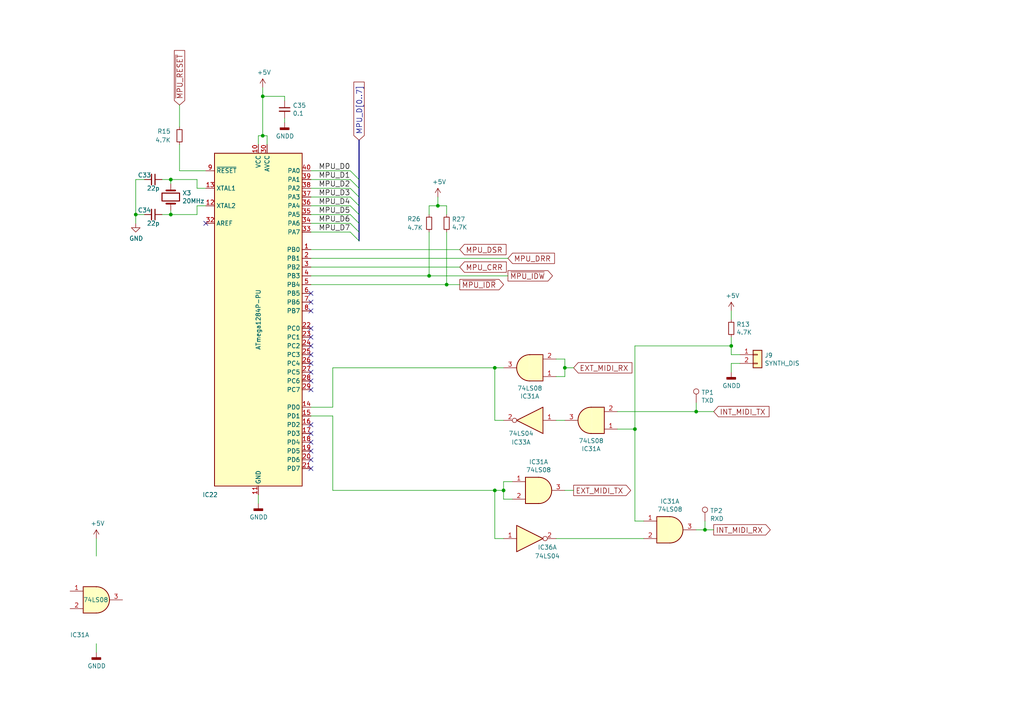
<source format=kicad_sch>
(kicad_sch (version 20211123) (generator eeschema)

  (uuid 69b62df2-080c-4fbc-a9ff-a83e6181a480)

  (paper "A4")

  (title_block
    (title "LAPC-I Clone")
  )

  (lib_symbols
    (symbol "74xx:74LS04" (in_bom yes) (on_board yes)
      (property "Reference" "U" (id 0) (at 0 1.27 0)
        (effects (font (size 1.27 1.27)))
      )
      (property "Value" "74LS04" (id 1) (at 0 -1.27 0)
        (effects (font (size 1.27 1.27)))
      )
      (property "Footprint" "" (id 2) (at 0 0 0)
        (effects (font (size 1.27 1.27)) hide)
      )
      (property "Datasheet" "http://www.ti.com/lit/gpn/sn74LS04" (id 3) (at 0 0 0)
        (effects (font (size 1.27 1.27)) hide)
      )
      (property "ki_locked" "" (id 4) (at 0 0 0)
        (effects (font (size 1.27 1.27)))
      )
      (property "ki_keywords" "TTL not inv" (id 5) (at 0 0 0)
        (effects (font (size 1.27 1.27)) hide)
      )
      (property "ki_description" "Hex Inverter" (id 6) (at 0 0 0)
        (effects (font (size 1.27 1.27)) hide)
      )
      (property "ki_fp_filters" "DIP*W7.62mm* SSOP?14* TSSOP?14*" (id 7) (at 0 0 0)
        (effects (font (size 1.27 1.27)) hide)
      )
      (symbol "74LS04_1_0"
        (polyline
          (pts
            (xy -3.81 3.81)
            (xy -3.81 -3.81)
            (xy 3.81 0)
            (xy -3.81 3.81)
          )
          (stroke (width 0.254) (type default) (color 0 0 0 0))
          (fill (type background))
        )
        (pin input line (at -7.62 0 0) (length 3.81)
          (name "~" (effects (font (size 1.27 1.27))))
          (number "1" (effects (font (size 1.27 1.27))))
        )
        (pin output inverted (at 7.62 0 180) (length 3.81)
          (name "~" (effects (font (size 1.27 1.27))))
          (number "2" (effects (font (size 1.27 1.27))))
        )
      )
      (symbol "74LS04_2_0"
        (polyline
          (pts
            (xy -3.81 3.81)
            (xy -3.81 -3.81)
            (xy 3.81 0)
            (xy -3.81 3.81)
          )
          (stroke (width 0.254) (type default) (color 0 0 0 0))
          (fill (type background))
        )
        (pin input line (at -7.62 0 0) (length 3.81)
          (name "~" (effects (font (size 1.27 1.27))))
          (number "3" (effects (font (size 1.27 1.27))))
        )
        (pin output inverted (at 7.62 0 180) (length 3.81)
          (name "~" (effects (font (size 1.27 1.27))))
          (number "4" (effects (font (size 1.27 1.27))))
        )
      )
      (symbol "74LS04_3_0"
        (polyline
          (pts
            (xy -3.81 3.81)
            (xy -3.81 -3.81)
            (xy 3.81 0)
            (xy -3.81 3.81)
          )
          (stroke (width 0.254) (type default) (color 0 0 0 0))
          (fill (type background))
        )
        (pin input line (at -7.62 0 0) (length 3.81)
          (name "~" (effects (font (size 1.27 1.27))))
          (number "5" (effects (font (size 1.27 1.27))))
        )
        (pin output inverted (at 7.62 0 180) (length 3.81)
          (name "~" (effects (font (size 1.27 1.27))))
          (number "6" (effects (font (size 1.27 1.27))))
        )
      )
      (symbol "74LS04_4_0"
        (polyline
          (pts
            (xy -3.81 3.81)
            (xy -3.81 -3.81)
            (xy 3.81 0)
            (xy -3.81 3.81)
          )
          (stroke (width 0.254) (type default) (color 0 0 0 0))
          (fill (type background))
        )
        (pin output inverted (at 7.62 0 180) (length 3.81)
          (name "~" (effects (font (size 1.27 1.27))))
          (number "8" (effects (font (size 1.27 1.27))))
        )
        (pin input line (at -7.62 0 0) (length 3.81)
          (name "~" (effects (font (size 1.27 1.27))))
          (number "9" (effects (font (size 1.27 1.27))))
        )
      )
      (symbol "74LS04_5_0"
        (polyline
          (pts
            (xy -3.81 3.81)
            (xy -3.81 -3.81)
            (xy 3.81 0)
            (xy -3.81 3.81)
          )
          (stroke (width 0.254) (type default) (color 0 0 0 0))
          (fill (type background))
        )
        (pin output inverted (at 7.62 0 180) (length 3.81)
          (name "~" (effects (font (size 1.27 1.27))))
          (number "10" (effects (font (size 1.27 1.27))))
        )
        (pin input line (at -7.62 0 0) (length 3.81)
          (name "~" (effects (font (size 1.27 1.27))))
          (number "11" (effects (font (size 1.27 1.27))))
        )
      )
      (symbol "74LS04_6_0"
        (polyline
          (pts
            (xy -3.81 3.81)
            (xy -3.81 -3.81)
            (xy 3.81 0)
            (xy -3.81 3.81)
          )
          (stroke (width 0.254) (type default) (color 0 0 0 0))
          (fill (type background))
        )
        (pin output inverted (at 7.62 0 180) (length 3.81)
          (name "~" (effects (font (size 1.27 1.27))))
          (number "12" (effects (font (size 1.27 1.27))))
        )
        (pin input line (at -7.62 0 0) (length 3.81)
          (name "~" (effects (font (size 1.27 1.27))))
          (number "13" (effects (font (size 1.27 1.27))))
        )
      )
      (symbol "74LS04_7_0"
        (pin power_in line (at 0 12.7 270) (length 5.08)
          (name "VCC" (effects (font (size 1.27 1.27))))
          (number "14" (effects (font (size 1.27 1.27))))
        )
        (pin power_in line (at 0 -12.7 90) (length 5.08)
          (name "GND" (effects (font (size 1.27 1.27))))
          (number "7" (effects (font (size 1.27 1.27))))
        )
      )
      (symbol "74LS04_7_1"
        (rectangle (start -5.08 7.62) (end 5.08 -7.62)
          (stroke (width 0.254) (type default) (color 0 0 0 0))
          (fill (type background))
        )
      )
    )
    (symbol "74xx:74LS08" (pin_names (offset 1.016)) (in_bom yes) (on_board yes)
      (property "Reference" "U" (id 0) (at 0 1.27 0)
        (effects (font (size 1.27 1.27)))
      )
      (property "Value" "74LS08" (id 1) (at 0 -1.27 0)
        (effects (font (size 1.27 1.27)))
      )
      (property "Footprint" "" (id 2) (at 0 0 0)
        (effects (font (size 1.27 1.27)) hide)
      )
      (property "Datasheet" "http://www.ti.com/lit/gpn/sn74LS08" (id 3) (at 0 0 0)
        (effects (font (size 1.27 1.27)) hide)
      )
      (property "ki_locked" "" (id 4) (at 0 0 0)
        (effects (font (size 1.27 1.27)))
      )
      (property "ki_keywords" "TTL and2" (id 5) (at 0 0 0)
        (effects (font (size 1.27 1.27)) hide)
      )
      (property "ki_description" "Quad And2" (id 6) (at 0 0 0)
        (effects (font (size 1.27 1.27)) hide)
      )
      (property "ki_fp_filters" "DIP*W7.62mm*" (id 7) (at 0 0 0)
        (effects (font (size 1.27 1.27)) hide)
      )
      (symbol "74LS08_1_1"
        (arc (start 0 -3.81) (mid 3.81 0) (end 0 3.81)
          (stroke (width 0.254) (type default) (color 0 0 0 0))
          (fill (type background))
        )
        (polyline
          (pts
            (xy 0 3.81)
            (xy -3.81 3.81)
            (xy -3.81 -3.81)
            (xy 0 -3.81)
          )
          (stroke (width 0.254) (type default) (color 0 0 0 0))
          (fill (type background))
        )
        (pin input line (at -7.62 2.54 0) (length 3.81)
          (name "~" (effects (font (size 1.27 1.27))))
          (number "1" (effects (font (size 1.27 1.27))))
        )
        (pin input line (at -7.62 -2.54 0) (length 3.81)
          (name "~" (effects (font (size 1.27 1.27))))
          (number "2" (effects (font (size 1.27 1.27))))
        )
        (pin output line (at 7.62 0 180) (length 3.81)
          (name "~" (effects (font (size 1.27 1.27))))
          (number "3" (effects (font (size 1.27 1.27))))
        )
      )
      (symbol "74LS08_1_2"
        (arc (start -3.81 -3.81) (mid -2.589 0) (end -3.81 3.81)
          (stroke (width 0.254) (type default) (color 0 0 0 0))
          (fill (type none))
        )
        (arc (start -0.6096 -3.81) (mid 2.1855 -2.584) (end 3.81 0)
          (stroke (width 0.254) (type default) (color 0 0 0 0))
          (fill (type background))
        )
        (polyline
          (pts
            (xy -3.81 -3.81)
            (xy -0.635 -3.81)
          )
          (stroke (width 0.254) (type default) (color 0 0 0 0))
          (fill (type background))
        )
        (polyline
          (pts
            (xy -3.81 3.81)
            (xy -0.635 3.81)
          )
          (stroke (width 0.254) (type default) (color 0 0 0 0))
          (fill (type background))
        )
        (polyline
          (pts
            (xy -0.635 3.81)
            (xy -3.81 3.81)
            (xy -3.81 3.81)
            (xy -3.556 3.4036)
            (xy -3.0226 2.2606)
            (xy -2.6924 1.0414)
            (xy -2.6162 -0.254)
            (xy -2.7686 -1.4986)
            (xy -3.175 -2.7178)
            (xy -3.81 -3.81)
            (xy -3.81 -3.81)
            (xy -0.635 -3.81)
          )
          (stroke (width -25.4) (type default) (color 0 0 0 0))
          (fill (type background))
        )
        (arc (start 3.81 0) (mid 2.1928 2.5925) (end -0.6096 3.81)
          (stroke (width 0.254) (type default) (color 0 0 0 0))
          (fill (type background))
        )
        (pin input inverted (at -7.62 2.54 0) (length 4.318)
          (name "~" (effects (font (size 1.27 1.27))))
          (number "1" (effects (font (size 1.27 1.27))))
        )
        (pin input inverted (at -7.62 -2.54 0) (length 4.318)
          (name "~" (effects (font (size 1.27 1.27))))
          (number "2" (effects (font (size 1.27 1.27))))
        )
        (pin output inverted (at 7.62 0 180) (length 3.81)
          (name "~" (effects (font (size 1.27 1.27))))
          (number "3" (effects (font (size 1.27 1.27))))
        )
      )
      (symbol "74LS08_2_1"
        (arc (start 0 -3.81) (mid 3.81 0) (end 0 3.81)
          (stroke (width 0.254) (type default) (color 0 0 0 0))
          (fill (type background))
        )
        (polyline
          (pts
            (xy 0 3.81)
            (xy -3.81 3.81)
            (xy -3.81 -3.81)
            (xy 0 -3.81)
          )
          (stroke (width 0.254) (type default) (color 0 0 0 0))
          (fill (type background))
        )
        (pin input line (at -7.62 2.54 0) (length 3.81)
          (name "~" (effects (font (size 1.27 1.27))))
          (number "4" (effects (font (size 1.27 1.27))))
        )
        (pin input line (at -7.62 -2.54 0) (length 3.81)
          (name "~" (effects (font (size 1.27 1.27))))
          (number "5" (effects (font (size 1.27 1.27))))
        )
        (pin output line (at 7.62 0 180) (length 3.81)
          (name "~" (effects (font (size 1.27 1.27))))
          (number "6" (effects (font (size 1.27 1.27))))
        )
      )
      (symbol "74LS08_2_2"
        (arc (start -3.81 -3.81) (mid -2.589 0) (end -3.81 3.81)
          (stroke (width 0.254) (type default) (color 0 0 0 0))
          (fill (type none))
        )
        (arc (start -0.6096 -3.81) (mid 2.1855 -2.584) (end 3.81 0)
          (stroke (width 0.254) (type default) (color 0 0 0 0))
          (fill (type background))
        )
        (polyline
          (pts
            (xy -3.81 -3.81)
            (xy -0.635 -3.81)
          )
          (stroke (width 0.254) (type default) (color 0 0 0 0))
          (fill (type background))
        )
        (polyline
          (pts
            (xy -3.81 3.81)
            (xy -0.635 3.81)
          )
          (stroke (width 0.254) (type default) (color 0 0 0 0))
          (fill (type background))
        )
        (polyline
          (pts
            (xy -0.635 3.81)
            (xy -3.81 3.81)
            (xy -3.81 3.81)
            (xy -3.556 3.4036)
            (xy -3.0226 2.2606)
            (xy -2.6924 1.0414)
            (xy -2.6162 -0.254)
            (xy -2.7686 -1.4986)
            (xy -3.175 -2.7178)
            (xy -3.81 -3.81)
            (xy -3.81 -3.81)
            (xy -0.635 -3.81)
          )
          (stroke (width -25.4) (type default) (color 0 0 0 0))
          (fill (type background))
        )
        (arc (start 3.81 0) (mid 2.1928 2.5925) (end -0.6096 3.81)
          (stroke (width 0.254) (type default) (color 0 0 0 0))
          (fill (type background))
        )
        (pin input inverted (at -7.62 2.54 0) (length 4.318)
          (name "~" (effects (font (size 1.27 1.27))))
          (number "4" (effects (font (size 1.27 1.27))))
        )
        (pin input inverted (at -7.62 -2.54 0) (length 4.318)
          (name "~" (effects (font (size 1.27 1.27))))
          (number "5" (effects (font (size 1.27 1.27))))
        )
        (pin output inverted (at 7.62 0 180) (length 3.81)
          (name "~" (effects (font (size 1.27 1.27))))
          (number "6" (effects (font (size 1.27 1.27))))
        )
      )
      (symbol "74LS08_3_1"
        (arc (start 0 -3.81) (mid 3.81 0) (end 0 3.81)
          (stroke (width 0.254) (type default) (color 0 0 0 0))
          (fill (type background))
        )
        (polyline
          (pts
            (xy 0 3.81)
            (xy -3.81 3.81)
            (xy -3.81 -3.81)
            (xy 0 -3.81)
          )
          (stroke (width 0.254) (type default) (color 0 0 0 0))
          (fill (type background))
        )
        (pin input line (at -7.62 -2.54 0) (length 3.81)
          (name "~" (effects (font (size 1.27 1.27))))
          (number "10" (effects (font (size 1.27 1.27))))
        )
        (pin output line (at 7.62 0 180) (length 3.81)
          (name "~" (effects (font (size 1.27 1.27))))
          (number "8" (effects (font (size 1.27 1.27))))
        )
        (pin input line (at -7.62 2.54 0) (length 3.81)
          (name "~" (effects (font (size 1.27 1.27))))
          (number "9" (effects (font (size 1.27 1.27))))
        )
      )
      (symbol "74LS08_3_2"
        (arc (start -3.81 -3.81) (mid -2.589 0) (end -3.81 3.81)
          (stroke (width 0.254) (type default) (color 0 0 0 0))
          (fill (type none))
        )
        (arc (start -0.6096 -3.81) (mid 2.1855 -2.584) (end 3.81 0)
          (stroke (width 0.254) (type default) (color 0 0 0 0))
          (fill (type background))
        )
        (polyline
          (pts
            (xy -3.81 -3.81)
            (xy -0.635 -3.81)
          )
          (stroke (width 0.254) (type default) (color 0 0 0 0))
          (fill (type background))
        )
        (polyline
          (pts
            (xy -3.81 3.81)
            (xy -0.635 3.81)
          )
          (stroke (width 0.254) (type default) (color 0 0 0 0))
          (fill (type background))
        )
        (polyline
          (pts
            (xy -0.635 3.81)
            (xy -3.81 3.81)
            (xy -3.81 3.81)
            (xy -3.556 3.4036)
            (xy -3.0226 2.2606)
            (xy -2.6924 1.0414)
            (xy -2.6162 -0.254)
            (xy -2.7686 -1.4986)
            (xy -3.175 -2.7178)
            (xy -3.81 -3.81)
            (xy -3.81 -3.81)
            (xy -0.635 -3.81)
          )
          (stroke (width -25.4) (type default) (color 0 0 0 0))
          (fill (type background))
        )
        (arc (start 3.81 0) (mid 2.1928 2.5925) (end -0.6096 3.81)
          (stroke (width 0.254) (type default) (color 0 0 0 0))
          (fill (type background))
        )
        (pin input inverted (at -7.62 -2.54 0) (length 4.318)
          (name "~" (effects (font (size 1.27 1.27))))
          (number "10" (effects (font (size 1.27 1.27))))
        )
        (pin output inverted (at 7.62 0 180) (length 3.81)
          (name "~" (effects (font (size 1.27 1.27))))
          (number "8" (effects (font (size 1.27 1.27))))
        )
        (pin input inverted (at -7.62 2.54 0) (length 4.318)
          (name "~" (effects (font (size 1.27 1.27))))
          (number "9" (effects (font (size 1.27 1.27))))
        )
      )
      (symbol "74LS08_4_1"
        (arc (start 0 -3.81) (mid 3.81 0) (end 0 3.81)
          (stroke (width 0.254) (type default) (color 0 0 0 0))
          (fill (type background))
        )
        (polyline
          (pts
            (xy 0 3.81)
            (xy -3.81 3.81)
            (xy -3.81 -3.81)
            (xy 0 -3.81)
          )
          (stroke (width 0.254) (type default) (color 0 0 0 0))
          (fill (type background))
        )
        (pin output line (at 7.62 0 180) (length 3.81)
          (name "~" (effects (font (size 1.27 1.27))))
          (number "11" (effects (font (size 1.27 1.27))))
        )
        (pin input line (at -7.62 2.54 0) (length 3.81)
          (name "~" (effects (font (size 1.27 1.27))))
          (number "12" (effects (font (size 1.27 1.27))))
        )
        (pin input line (at -7.62 -2.54 0) (length 3.81)
          (name "~" (effects (font (size 1.27 1.27))))
          (number "13" (effects (font (size 1.27 1.27))))
        )
      )
      (symbol "74LS08_4_2"
        (arc (start -3.81 -3.81) (mid -2.589 0) (end -3.81 3.81)
          (stroke (width 0.254) (type default) (color 0 0 0 0))
          (fill (type none))
        )
        (arc (start -0.6096 -3.81) (mid 2.1855 -2.584) (end 3.81 0)
          (stroke (width 0.254) (type default) (color 0 0 0 0))
          (fill (type background))
        )
        (polyline
          (pts
            (xy -3.81 -3.81)
            (xy -0.635 -3.81)
          )
          (stroke (width 0.254) (type default) (color 0 0 0 0))
          (fill (type background))
        )
        (polyline
          (pts
            (xy -3.81 3.81)
            (xy -0.635 3.81)
          )
          (stroke (width 0.254) (type default) (color 0 0 0 0))
          (fill (type background))
        )
        (polyline
          (pts
            (xy -0.635 3.81)
            (xy -3.81 3.81)
            (xy -3.81 3.81)
            (xy -3.556 3.4036)
            (xy -3.0226 2.2606)
            (xy -2.6924 1.0414)
            (xy -2.6162 -0.254)
            (xy -2.7686 -1.4986)
            (xy -3.175 -2.7178)
            (xy -3.81 -3.81)
            (xy -3.81 -3.81)
            (xy -0.635 -3.81)
          )
          (stroke (width -25.4) (type default) (color 0 0 0 0))
          (fill (type background))
        )
        (arc (start 3.81 0) (mid 2.1928 2.5925) (end -0.6096 3.81)
          (stroke (width 0.254) (type default) (color 0 0 0 0))
          (fill (type background))
        )
        (pin output inverted (at 7.62 0 180) (length 3.81)
          (name "~" (effects (font (size 1.27 1.27))))
          (number "11" (effects (font (size 1.27 1.27))))
        )
        (pin input inverted (at -7.62 2.54 0) (length 4.318)
          (name "~" (effects (font (size 1.27 1.27))))
          (number "12" (effects (font (size 1.27 1.27))))
        )
        (pin input inverted (at -7.62 -2.54 0) (length 4.318)
          (name "~" (effects (font (size 1.27 1.27))))
          (number "13" (effects (font (size 1.27 1.27))))
        )
      )
      (symbol "74LS08_5_0"
        (pin power_in line (at 0 12.7 270) (length 5.08)
          (name "VCC" (effects (font (size 1.27 1.27))))
          (number "14" (effects (font (size 1.27 1.27))))
        )
        (pin power_in line (at 0 -12.7 90) (length 5.08)
          (name "GND" (effects (font (size 1.27 1.27))))
          (number "7" (effects (font (size 1.27 1.27))))
        )
      )
      (symbol "74LS08_5_1"
        (rectangle (start -5.08 7.62) (end 5.08 -7.62)
          (stroke (width 0.254) (type default) (color 0 0 0 0))
          (fill (type background))
        )
      )
    )
    (symbol "Connector:TestPoint" (pin_numbers hide) (pin_names (offset 0.762) hide) (in_bom yes) (on_board yes)
      (property "Reference" "TP" (id 0) (at 0 6.858 0)
        (effects (font (size 1.27 1.27)))
      )
      (property "Value" "TestPoint" (id 1) (at 0 5.08 0)
        (effects (font (size 1.27 1.27)))
      )
      (property "Footprint" "" (id 2) (at 5.08 0 0)
        (effects (font (size 1.27 1.27)) hide)
      )
      (property "Datasheet" "~" (id 3) (at 5.08 0 0)
        (effects (font (size 1.27 1.27)) hide)
      )
      (property "ki_keywords" "test point tp" (id 4) (at 0 0 0)
        (effects (font (size 1.27 1.27)) hide)
      )
      (property "ki_description" "test point" (id 5) (at 0 0 0)
        (effects (font (size 1.27 1.27)) hide)
      )
      (property "ki_fp_filters" "Pin* Test*" (id 6) (at 0 0 0)
        (effects (font (size 1.27 1.27)) hide)
      )
      (symbol "TestPoint_0_1"
        (circle (center 0 3.302) (radius 0.762)
          (stroke (width 0) (type default) (color 0 0 0 0))
          (fill (type none))
        )
      )
      (symbol "TestPoint_1_1"
        (pin passive line (at 0 0 90) (length 2.54)
          (name "1" (effects (font (size 1.27 1.27))))
          (number "1" (effects (font (size 1.27 1.27))))
        )
      )
    )
    (symbol "Connector_Generic:Conn_01x02" (pin_names (offset 1.016) hide) (in_bom yes) (on_board yes)
      (property "Reference" "J" (id 0) (at 0 2.54 0)
        (effects (font (size 1.27 1.27)))
      )
      (property "Value" "Conn_01x02" (id 1) (at 0 -5.08 0)
        (effects (font (size 1.27 1.27)))
      )
      (property "Footprint" "" (id 2) (at 0 0 0)
        (effects (font (size 1.27 1.27)) hide)
      )
      (property "Datasheet" "~" (id 3) (at 0 0 0)
        (effects (font (size 1.27 1.27)) hide)
      )
      (property "ki_keywords" "connector" (id 4) (at 0 0 0)
        (effects (font (size 1.27 1.27)) hide)
      )
      (property "ki_description" "Generic connector, single row, 01x02, script generated (kicad-library-utils/schlib/autogen/connector/)" (id 5) (at 0 0 0)
        (effects (font (size 1.27 1.27)) hide)
      )
      (property "ki_fp_filters" "Connector*:*_1x??_*" (id 6) (at 0 0 0)
        (effects (font (size 1.27 1.27)) hide)
      )
      (symbol "Conn_01x02_1_1"
        (rectangle (start -1.27 -2.413) (end 0 -2.667)
          (stroke (width 0.1524) (type default) (color 0 0 0 0))
          (fill (type none))
        )
        (rectangle (start -1.27 0.127) (end 0 -0.127)
          (stroke (width 0.1524) (type default) (color 0 0 0 0))
          (fill (type none))
        )
        (rectangle (start -1.27 1.27) (end 1.27 -3.81)
          (stroke (width 0.254) (type default) (color 0 0 0 0))
          (fill (type background))
        )
        (pin passive line (at -5.08 0 0) (length 3.81)
          (name "Pin_1" (effects (font (size 1.27 1.27))))
          (number "1" (effects (font (size 1.27 1.27))))
        )
        (pin passive line (at -5.08 -2.54 0) (length 3.81)
          (name "Pin_2" (effects (font (size 1.27 1.27))))
          (number "2" (effects (font (size 1.27 1.27))))
        )
      )
    )
    (symbol "Device:C_Small" (pin_numbers hide) (pin_names (offset 0.254) hide) (in_bom yes) (on_board yes)
      (property "Reference" "C" (id 0) (at 0.254 1.778 0)
        (effects (font (size 1.27 1.27)) (justify left))
      )
      (property "Value" "C_Small" (id 1) (at 0.254 -2.032 0)
        (effects (font (size 1.27 1.27)) (justify left))
      )
      (property "Footprint" "" (id 2) (at 0 0 0)
        (effects (font (size 1.27 1.27)) hide)
      )
      (property "Datasheet" "~" (id 3) (at 0 0 0)
        (effects (font (size 1.27 1.27)) hide)
      )
      (property "ki_keywords" "capacitor cap" (id 4) (at 0 0 0)
        (effects (font (size 1.27 1.27)) hide)
      )
      (property "ki_description" "Unpolarized capacitor, small symbol" (id 5) (at 0 0 0)
        (effects (font (size 1.27 1.27)) hide)
      )
      (property "ki_fp_filters" "C_*" (id 6) (at 0 0 0)
        (effects (font (size 1.27 1.27)) hide)
      )
      (symbol "C_Small_0_1"
        (polyline
          (pts
            (xy -1.524 -0.508)
            (xy 1.524 -0.508)
          )
          (stroke (width 0.3302) (type default) (color 0 0 0 0))
          (fill (type none))
        )
        (polyline
          (pts
            (xy -1.524 0.508)
            (xy 1.524 0.508)
          )
          (stroke (width 0.3048) (type default) (color 0 0 0 0))
          (fill (type none))
        )
      )
      (symbol "C_Small_1_1"
        (pin passive line (at 0 2.54 270) (length 2.032)
          (name "~" (effects (font (size 1.27 1.27))))
          (number "1" (effects (font (size 1.27 1.27))))
        )
        (pin passive line (at 0 -2.54 90) (length 2.032)
          (name "~" (effects (font (size 1.27 1.27))))
          (number "2" (effects (font (size 1.27 1.27))))
        )
      )
    )
    (symbol "Device:Crystal" (pin_numbers hide) (pin_names (offset 1.016) hide) (in_bom yes) (on_board yes)
      (property "Reference" "Y" (id 0) (at 0 3.81 0)
        (effects (font (size 1.27 1.27)))
      )
      (property "Value" "Crystal" (id 1) (at 0 -3.81 0)
        (effects (font (size 1.27 1.27)))
      )
      (property "Footprint" "" (id 2) (at 0 0 0)
        (effects (font (size 1.27 1.27)) hide)
      )
      (property "Datasheet" "~" (id 3) (at 0 0 0)
        (effects (font (size 1.27 1.27)) hide)
      )
      (property "ki_keywords" "quartz ceramic resonator oscillator" (id 4) (at 0 0 0)
        (effects (font (size 1.27 1.27)) hide)
      )
      (property "ki_description" "Two pin crystal" (id 5) (at 0 0 0)
        (effects (font (size 1.27 1.27)) hide)
      )
      (property "ki_fp_filters" "Crystal*" (id 6) (at 0 0 0)
        (effects (font (size 1.27 1.27)) hide)
      )
      (symbol "Crystal_0_1"
        (rectangle (start -1.143 2.54) (end 1.143 -2.54)
          (stroke (width 0.3048) (type default) (color 0 0 0 0))
          (fill (type none))
        )
        (polyline
          (pts
            (xy -2.54 0)
            (xy -1.905 0)
          )
          (stroke (width 0) (type default) (color 0 0 0 0))
          (fill (type none))
        )
        (polyline
          (pts
            (xy -1.905 -1.27)
            (xy -1.905 1.27)
          )
          (stroke (width 0.508) (type default) (color 0 0 0 0))
          (fill (type none))
        )
        (polyline
          (pts
            (xy 1.905 -1.27)
            (xy 1.905 1.27)
          )
          (stroke (width 0.508) (type default) (color 0 0 0 0))
          (fill (type none))
        )
        (polyline
          (pts
            (xy 2.54 0)
            (xy 1.905 0)
          )
          (stroke (width 0) (type default) (color 0 0 0 0))
          (fill (type none))
        )
      )
      (symbol "Crystal_1_1"
        (pin passive line (at -3.81 0 0) (length 1.27)
          (name "1" (effects (font (size 1.27 1.27))))
          (number "1" (effects (font (size 1.27 1.27))))
        )
        (pin passive line (at 3.81 0 180) (length 1.27)
          (name "2" (effects (font (size 1.27 1.27))))
          (number "2" (effects (font (size 1.27 1.27))))
        )
      )
    )
    (symbol "Device:R_Small" (pin_numbers hide) (pin_names (offset 0.254) hide) (in_bom yes) (on_board yes)
      (property "Reference" "R" (id 0) (at 0.762 0.508 0)
        (effects (font (size 1.27 1.27)) (justify left))
      )
      (property "Value" "R_Small" (id 1) (at 0.762 -1.016 0)
        (effects (font (size 1.27 1.27)) (justify left))
      )
      (property "Footprint" "" (id 2) (at 0 0 0)
        (effects (font (size 1.27 1.27)) hide)
      )
      (property "Datasheet" "~" (id 3) (at 0 0 0)
        (effects (font (size 1.27 1.27)) hide)
      )
      (property "ki_keywords" "R resistor" (id 4) (at 0 0 0)
        (effects (font (size 1.27 1.27)) hide)
      )
      (property "ki_description" "Resistor, small symbol" (id 5) (at 0 0 0)
        (effects (font (size 1.27 1.27)) hide)
      )
      (property "ki_fp_filters" "R_*" (id 6) (at 0 0 0)
        (effects (font (size 1.27 1.27)) hide)
      )
      (symbol "R_Small_0_1"
        (rectangle (start -0.762 1.778) (end 0.762 -1.778)
          (stroke (width 0.2032) (type default) (color 0 0 0 0))
          (fill (type none))
        )
      )
      (symbol "R_Small_1_1"
        (pin passive line (at 0 2.54 270) (length 0.762)
          (name "~" (effects (font (size 1.27 1.27))))
          (number "1" (effects (font (size 1.27 1.27))))
        )
        (pin passive line (at 0 -2.54 90) (length 0.762)
          (name "~" (effects (font (size 1.27 1.27))))
          (number "2" (effects (font (size 1.27 1.27))))
        )
      )
    )
    (symbol "MCU_Microchip_ATmega:ATmega1284P-PU" (in_bom yes) (on_board yes)
      (property "Reference" "U" (id 0) (at -12.7 49.53 0)
        (effects (font (size 1.27 1.27)) (justify left bottom))
      )
      (property "Value" "MCU_Microchip_ATmega_ATmega1284P-PU" (id 1) (at 2.54 -49.53 0)
        (effects (font (size 1.27 1.27)) (justify left top))
      )
      (property "Footprint" "Package_DIP:DIP-40_W15.24mm" (id 2) (at 0 0 0)
        (effects (font (size 1.27 1.27) italic) hide)
      )
      (property "Datasheet" "" (id 3) (at 0 0 0)
        (effects (font (size 1.27 1.27)) hide)
      )
      (property "ki_fp_filters" "DIP*W15.24mm*" (id 4) (at 0 0 0)
        (effects (font (size 1.27 1.27)) hide)
      )
      (symbol "ATmega1284P-PU_0_1"
        (rectangle (start -12.7 -48.26) (end 12.7 48.26)
          (stroke (width 0.254) (type default) (color 0 0 0 0))
          (fill (type background))
        )
      )
      (symbol "ATmega1284P-PU_1_1"
        (pin tri_state line (at 15.24 20.32 180) (length 2.54)
          (name "PB0" (effects (font (size 1.27 1.27))))
          (number "1" (effects (font (size 1.27 1.27))))
        )
        (pin power_in line (at 0 50.8 270) (length 2.54)
          (name "VCC" (effects (font (size 1.27 1.27))))
          (number "10" (effects (font (size 1.27 1.27))))
        )
        (pin power_in line (at 0 -50.8 90) (length 2.54)
          (name "GND" (effects (font (size 1.27 1.27))))
          (number "11" (effects (font (size 1.27 1.27))))
        )
        (pin output line (at -15.24 33.02 0) (length 2.54)
          (name "XTAL2" (effects (font (size 1.27 1.27))))
          (number "12" (effects (font (size 1.27 1.27))))
        )
        (pin input line (at -15.24 38.1 0) (length 2.54)
          (name "XTAL1" (effects (font (size 1.27 1.27))))
          (number "13" (effects (font (size 1.27 1.27))))
        )
        (pin tri_state line (at 15.24 -25.4 180) (length 2.54)
          (name "PD0" (effects (font (size 1.27 1.27))))
          (number "14" (effects (font (size 1.27 1.27))))
        )
        (pin tri_state line (at 15.24 -27.94 180) (length 2.54)
          (name "PD1" (effects (font (size 1.27 1.27))))
          (number "15" (effects (font (size 1.27 1.27))))
        )
        (pin tri_state line (at 15.24 -30.48 180) (length 2.54)
          (name "PD2" (effects (font (size 1.27 1.27))))
          (number "16" (effects (font (size 1.27 1.27))))
        )
        (pin tri_state line (at 15.24 -33.02 180) (length 2.54)
          (name "PD3" (effects (font (size 1.27 1.27))))
          (number "17" (effects (font (size 1.27 1.27))))
        )
        (pin tri_state line (at 15.24 -35.56 180) (length 2.54)
          (name "PD4" (effects (font (size 1.27 1.27))))
          (number "18" (effects (font (size 1.27 1.27))))
        )
        (pin tri_state line (at 15.24 -38.1 180) (length 2.54)
          (name "PD5" (effects (font (size 1.27 1.27))))
          (number "19" (effects (font (size 1.27 1.27))))
        )
        (pin tri_state line (at 15.24 17.78 180) (length 2.54)
          (name "PB1" (effects (font (size 1.27 1.27))))
          (number "2" (effects (font (size 1.27 1.27))))
        )
        (pin tri_state line (at 15.24 -40.64 180) (length 2.54)
          (name "PD6" (effects (font (size 1.27 1.27))))
          (number "20" (effects (font (size 1.27 1.27))))
        )
        (pin tri_state line (at 15.24 -43.18 180) (length 2.54)
          (name "PD7" (effects (font (size 1.27 1.27))))
          (number "21" (effects (font (size 1.27 1.27))))
        )
        (pin tri_state line (at 15.24 -2.54 180) (length 2.54)
          (name "PC0" (effects (font (size 1.27 1.27))))
          (number "22" (effects (font (size 1.27 1.27))))
        )
        (pin tri_state line (at 15.24 -5.08 180) (length 2.54)
          (name "PC1" (effects (font (size 1.27 1.27))))
          (number "23" (effects (font (size 1.27 1.27))))
        )
        (pin tri_state line (at 15.24 -7.62 180) (length 2.54)
          (name "PC2" (effects (font (size 1.27 1.27))))
          (number "24" (effects (font (size 1.27 1.27))))
        )
        (pin tri_state line (at 15.24 -10.16 180) (length 2.54)
          (name "PC3" (effects (font (size 1.27 1.27))))
          (number "25" (effects (font (size 1.27 1.27))))
        )
        (pin tri_state line (at 15.24 -12.7 180) (length 2.54)
          (name "PC4" (effects (font (size 1.27 1.27))))
          (number "26" (effects (font (size 1.27 1.27))))
        )
        (pin tri_state line (at 15.24 -15.24 180) (length 2.54)
          (name "PC5" (effects (font (size 1.27 1.27))))
          (number "27" (effects (font (size 1.27 1.27))))
        )
        (pin tri_state line (at 15.24 -17.78 180) (length 2.54)
          (name "PC6" (effects (font (size 1.27 1.27))))
          (number "28" (effects (font (size 1.27 1.27))))
        )
        (pin tri_state line (at 15.24 -20.32 180) (length 2.54)
          (name "PC7" (effects (font (size 1.27 1.27))))
          (number "29" (effects (font (size 1.27 1.27))))
        )
        (pin tri_state line (at 15.24 15.24 180) (length 2.54)
          (name "PB2" (effects (font (size 1.27 1.27))))
          (number "3" (effects (font (size 1.27 1.27))))
        )
        (pin power_in line (at 2.54 50.8 270) (length 2.54)
          (name "AVCC" (effects (font (size 1.27 1.27))))
          (number "30" (effects (font (size 1.27 1.27))))
        )
        (pin passive line (at 0 -50.8 90) (length 2.54) hide
          (name "GND" (effects (font (size 1.27 1.27))))
          (number "31" (effects (font (size 1.27 1.27))))
        )
        (pin passive line (at -15.24 27.94 0) (length 2.54)
          (name "AREF" (effects (font (size 1.27 1.27))))
          (number "32" (effects (font (size 1.27 1.27))))
        )
        (pin tri_state line (at 15.24 25.4 180) (length 2.54)
          (name "PA7" (effects (font (size 1.27 1.27))))
          (number "33" (effects (font (size 1.27 1.27))))
        )
        (pin tri_state line (at 15.24 27.94 180) (length 2.54)
          (name "PA6" (effects (font (size 1.27 1.27))))
          (number "34" (effects (font (size 1.27 1.27))))
        )
        (pin tri_state line (at 15.24 30.48 180) (length 2.54)
          (name "PA5" (effects (font (size 1.27 1.27))))
          (number "35" (effects (font (size 1.27 1.27))))
        )
        (pin tri_state line (at 15.24 33.02 180) (length 2.54)
          (name "PA4" (effects (font (size 1.27 1.27))))
          (number "36" (effects (font (size 1.27 1.27))))
        )
        (pin tri_state line (at 15.24 35.56 180) (length 2.54)
          (name "PA3" (effects (font (size 1.27 1.27))))
          (number "37" (effects (font (size 1.27 1.27))))
        )
        (pin tri_state line (at 15.24 38.1 180) (length 2.54)
          (name "PA2" (effects (font (size 1.27 1.27))))
          (number "38" (effects (font (size 1.27 1.27))))
        )
        (pin tri_state line (at 15.24 40.64 180) (length 2.54)
          (name "PA1" (effects (font (size 1.27 1.27))))
          (number "39" (effects (font (size 1.27 1.27))))
        )
        (pin tri_state line (at 15.24 12.7 180) (length 2.54)
          (name "PB3" (effects (font (size 1.27 1.27))))
          (number "4" (effects (font (size 1.27 1.27))))
        )
        (pin tri_state line (at 15.24 43.18 180) (length 2.54)
          (name "PA0" (effects (font (size 1.27 1.27))))
          (number "40" (effects (font (size 1.27 1.27))))
        )
        (pin tri_state line (at 15.24 10.16 180) (length 2.54)
          (name "PB4" (effects (font (size 1.27 1.27))))
          (number "5" (effects (font (size 1.27 1.27))))
        )
        (pin tri_state line (at 15.24 7.62 180) (length 2.54)
          (name "PB5" (effects (font (size 1.27 1.27))))
          (number "6" (effects (font (size 1.27 1.27))))
        )
        (pin tri_state line (at 15.24 5.08 180) (length 2.54)
          (name "PB6" (effects (font (size 1.27 1.27))))
          (number "7" (effects (font (size 1.27 1.27))))
        )
        (pin tri_state line (at 15.24 2.54 180) (length 2.54)
          (name "PB7" (effects (font (size 1.27 1.27))))
          (number "8" (effects (font (size 1.27 1.27))))
        )
        (pin input line (at -15.24 43.18 0) (length 2.54)
          (name "~{RESET}" (effects (font (size 1.27 1.27))))
          (number "9" (effects (font (size 1.27 1.27))))
        )
      )
    )
    (symbol "power:+5V" (power) (pin_names (offset 0)) (in_bom yes) (on_board yes)
      (property "Reference" "#PWR" (id 0) (at 0 -3.81 0)
        (effects (font (size 1.27 1.27)) hide)
      )
      (property "Value" "+5V" (id 1) (at 0 3.556 0)
        (effects (font (size 1.27 1.27)))
      )
      (property "Footprint" "" (id 2) (at 0 0 0)
        (effects (font (size 1.27 1.27)) hide)
      )
      (property "Datasheet" "" (id 3) (at 0 0 0)
        (effects (font (size 1.27 1.27)) hide)
      )
      (property "ki_keywords" "power-flag" (id 4) (at 0 0 0)
        (effects (font (size 1.27 1.27)) hide)
      )
      (property "ki_description" "Power symbol creates a global label with name \"+5V\"" (id 5) (at 0 0 0)
        (effects (font (size 1.27 1.27)) hide)
      )
      (symbol "+5V_0_1"
        (polyline
          (pts
            (xy -0.762 1.27)
            (xy 0 2.54)
          )
          (stroke (width 0) (type default) (color 0 0 0 0))
          (fill (type none))
        )
        (polyline
          (pts
            (xy 0 0)
            (xy 0 2.54)
          )
          (stroke (width 0) (type default) (color 0 0 0 0))
          (fill (type none))
        )
        (polyline
          (pts
            (xy 0 2.54)
            (xy 0.762 1.27)
          )
          (stroke (width 0) (type default) (color 0 0 0 0))
          (fill (type none))
        )
      )
      (symbol "+5V_1_1"
        (pin power_in line (at 0 0 90) (length 0) hide
          (name "+5V" (effects (font (size 1.27 1.27))))
          (number "1" (effects (font (size 1.27 1.27))))
        )
      )
    )
    (symbol "power:GND" (power) (pin_names (offset 0)) (in_bom yes) (on_board yes)
      (property "Reference" "#PWR" (id 0) (at 0 -6.35 0)
        (effects (font (size 1.27 1.27)) hide)
      )
      (property "Value" "GND" (id 1) (at 0 -3.81 0)
        (effects (font (size 1.27 1.27)))
      )
      (property "Footprint" "" (id 2) (at 0 0 0)
        (effects (font (size 1.27 1.27)) hide)
      )
      (property "Datasheet" "" (id 3) (at 0 0 0)
        (effects (font (size 1.27 1.27)) hide)
      )
      (property "ki_keywords" "power-flag" (id 4) (at 0 0 0)
        (effects (font (size 1.27 1.27)) hide)
      )
      (property "ki_description" "Power symbol creates a global label with name \"GND\" , ground" (id 5) (at 0 0 0)
        (effects (font (size 1.27 1.27)) hide)
      )
      (symbol "GND_0_1"
        (polyline
          (pts
            (xy 0 0)
            (xy 0 -1.27)
            (xy 1.27 -1.27)
            (xy 0 -2.54)
            (xy -1.27 -1.27)
            (xy 0 -1.27)
          )
          (stroke (width 0) (type default) (color 0 0 0 0))
          (fill (type none))
        )
      )
      (symbol "GND_1_1"
        (pin power_in line (at 0 0 270) (length 0) hide
          (name "GND" (effects (font (size 1.27 1.27))))
          (number "1" (effects (font (size 1.27 1.27))))
        )
      )
    )
    (symbol "power:GNDD" (power) (pin_names (offset 0)) (in_bom yes) (on_board yes)
      (property "Reference" "#PWR" (id 0) (at 0 -6.35 0)
        (effects (font (size 1.27 1.27)) hide)
      )
      (property "Value" "GNDD" (id 1) (at 0 -3.175 0)
        (effects (font (size 1.27 1.27)))
      )
      (property "Footprint" "" (id 2) (at 0 0 0)
        (effects (font (size 1.27 1.27)) hide)
      )
      (property "Datasheet" "" (id 3) (at 0 0 0)
        (effects (font (size 1.27 1.27)) hide)
      )
      (property "ki_keywords" "power-flag" (id 4) (at 0 0 0)
        (effects (font (size 1.27 1.27)) hide)
      )
      (property "ki_description" "Power symbol creates a global label with name \"GNDD\" , digital ground" (id 5) (at 0 0 0)
        (effects (font (size 1.27 1.27)) hide)
      )
      (symbol "GNDD_0_1"
        (rectangle (start -1.27 -1.524) (end 1.27 -2.032)
          (stroke (width 0.254) (type default) (color 0 0 0 0))
          (fill (type outline))
        )
        (polyline
          (pts
            (xy 0 0)
            (xy 0 -1.524)
          )
          (stroke (width 0) (type default) (color 0 0 0 0))
          (fill (type none))
        )
      )
      (symbol "GNDD_1_1"
        (pin power_in line (at 0 0 270) (length 0) hide
          (name "GNDD" (effects (font (size 1.27 1.27))))
          (number "1" (effects (font (size 1.27 1.27))))
        )
      )
    )
  )

  (junction (at 204.47 153.67) (diameter 0) (color 0 0 0 0)
    (uuid 2c08dad7-0b97-4355-8528-fd74d397da31)
  )
  (junction (at 146.05 142.24) (diameter 0) (color 0 0 0 0)
    (uuid 4df412ae-87c4-4ec7-8738-a6a72291cb75)
  )
  (junction (at 129.54 82.55) (diameter 0) (color 0 0 0 0)
    (uuid 51e64652-1e71-4dd7-be6f-f96020dbcaac)
  )
  (junction (at 76.2 39.37) (diameter 0) (color 0 0 0 0)
    (uuid 56ba8f65-c244-4416-8ed2-b5691db880ab)
  )
  (junction (at 124.46 80.01) (diameter 0) (color 0 0 0 0)
    (uuid 67c7a478-1f53-477a-9997-e375f47aa773)
  )
  (junction (at 184.15 124.46) (diameter 0) (color 0 0 0 0)
    (uuid 719e34f3-a935-4f7b-982b-9c19691e49e1)
  )
  (junction (at 127 59.69) (diameter 0) (color 0 0 0 0)
    (uuid 7d7305a7-c7da-4881-b215-37c7f2ad171a)
  )
  (junction (at 39.37 62.23) (diameter 0) (color 0 0 0 0)
    (uuid 7e4a5f4a-ba57-4793-9c6e-04e153b677a9)
  )
  (junction (at 201.93 119.38) (diameter 0) (color 0 0 0 0)
    (uuid 806b945e-fc59-4641-ae29-5257d31d3d70)
  )
  (junction (at 49.53 62.23) (diameter 0) (color 0 0 0 0)
    (uuid 9c3dbdfa-1d03-4398-9be7-f28a12c9bf19)
  )
  (junction (at 143.51 106.68) (diameter 0) (color 0 0 0 0)
    (uuid a4372ae3-288f-4a9a-96e7-306ddba718f6)
  )
  (junction (at 49.53 52.07) (diameter 0) (color 0 0 0 0)
    (uuid a8aaba27-4342-41ce-bbda-d0444467961f)
  )
  (junction (at 76.2 27.94) (diameter 0) (color 0 0 0 0)
    (uuid c47c1013-522e-4afa-9dd5-776b2bbec89a)
  )
  (junction (at 163.83 106.68) (diameter 0) (color 0 0 0 0)
    (uuid dd08cf63-80f1-4a88-b3ea-950c9bf1164b)
  )
  (junction (at 212.09 100.33) (diameter 0) (color 0 0 0 0)
    (uuid e8a669b7-c663-4fa5-9b1f-ce9eb01dc726)
  )
  (junction (at 143.51 142.24) (diameter 0) (color 0 0 0 0)
    (uuid f01a08c4-d9f1-4838-af18-b59bca81082c)
  )

  (no_connect (at 90.17 107.95) (uuid 0d439aa8-8969-4698-9c32-7041f6e45f4c))
  (no_connect (at 90.17 90.17) (uuid 111becb9-cb80-417e-8fbe-97b6e8030333))
  (no_connect (at 90.17 113.03) (uuid 189734b9-8485-4c30-8cf0-796856677229))
  (no_connect (at 90.17 97.79) (uuid 1b03311f-6d16-4213-808a-96597816d097))
  (no_connect (at 90.17 87.63) (uuid 2ab6f680-d446-4f8f-9f8c-8ce4722c87d3))
  (no_connect (at 90.17 123.19) (uuid 2c3fea3e-cdf1-4761-ab1e-fc29ca86c948))
  (no_connect (at 90.17 102.87) (uuid 3e2d784c-b1ea-4086-bef2-82018cbe1d69))
  (no_connect (at 90.17 133.35) (uuid 5bc20856-921d-4ca5-8e51-26fc99168376))
  (no_connect (at 90.17 105.41) (uuid 7daf5828-f3c9-4b7d-a7a2-cf463fb6219f))
  (no_connect (at 90.17 128.27) (uuid 917603e2-441d-4888-a037-0b830871fafd))
  (no_connect (at 59.69 64.77) (uuid b06d0f18-c7c1-4973-8806-d4fa87df5412))
  (no_connect (at 90.17 95.25) (uuid bf38fd98-a723-4065-8c4e-fb6cd31212e5))
  (no_connect (at 90.17 125.73) (uuid c5d34e60-e5d5-4bd8-a53c-3ee26cb5d342))
  (no_connect (at 90.17 135.89) (uuid eed9d712-571a-4fa2-b617-7f564bf5e0ac))
  (no_connect (at 90.17 130.81) (uuid f10b6dc0-f39f-4ec0-980e-83a59fc7dc9c))
  (no_connect (at 90.17 110.49) (uuid f3df0678-96d4-4652-9001-a89868c1f45e))
  (no_connect (at 90.17 100.33) (uuid fbef883a-9c30-4b66-add6-8cab5f0ab881))
  (no_connect (at 90.17 85.09) (uuid fec985c7-f284-4d68-8727-af7eebd8b5f8))

  (bus_entry (at 101.6 59.69) (size 2.54 2.54)
    (stroke (width 0) (type default) (color 0 0 0 0))
    (uuid 0f28d312-e674-493b-bb0d-24fe0fb55a5f)
  )
  (bus_entry (at 101.6 52.07) (size 2.54 2.54)
    (stroke (width 0) (type default) (color 0 0 0 0))
    (uuid 290311ab-2acc-454a-9a59-6cba16c0a08d)
  )
  (bus_entry (at 101.6 49.53) (size 2.54 2.54)
    (stroke (width 0) (type default) (color 0 0 0 0))
    (uuid 2cad3fe2-0f3b-467e-9c49-f271aa1ec49b)
  )
  (bus_entry (at 101.6 54.61) (size 2.54 2.54)
    (stroke (width 0) (type default) (color 0 0 0 0))
    (uuid 58eb1f49-1e5e-4c0c-97da-fb971f13fe25)
  )
  (bus_entry (at 101.6 62.23) (size 2.54 2.54)
    (stroke (width 0) (type default) (color 0 0 0 0))
    (uuid 6ddca9c6-d93f-48af-8707-e3012416640e)
  )
  (bus_entry (at 101.6 64.77) (size 2.54 2.54)
    (stroke (width 0) (type default) (color 0 0 0 0))
    (uuid 951f92e3-c509-40e8-964b-37dd7e0e82bf)
  )
  (bus_entry (at 101.6 67.31) (size 2.54 2.54)
    (stroke (width 0) (type default) (color 0 0 0 0))
    (uuid f28095b2-5bdd-4916-8fd7-8ee2cde7e2ae)
  )
  (bus_entry (at 101.6 57.15) (size 2.54 2.54)
    (stroke (width 0) (type default) (color 0 0 0 0))
    (uuid f711db5e-77b0-4494-90e8-aecb55e572ba)
  )

  (wire (pts (xy 74.93 41.91) (xy 74.93 39.37))
    (stroke (width 0) (type default) (color 0 0 0 0))
    (uuid 007d1aa0-0a35-4c79-bc8d-e834bd3664f0)
  )
  (wire (pts (xy 90.17 67.31) (xy 101.6 67.31))
    (stroke (width 0) (type default) (color 0 0 0 0))
    (uuid 009110da-fae2-454e-8387-1e8fd70409cb)
  )
  (wire (pts (xy 124.46 62.23) (xy 124.46 59.69))
    (stroke (width 0) (type default) (color 0 0 0 0))
    (uuid 05c66f7d-5ec1-4b7f-80d5-ea1eb396392f)
  )
  (wire (pts (xy 90.17 49.53) (xy 101.6 49.53))
    (stroke (width 0) (type default) (color 0 0 0 0))
    (uuid 116b375f-957b-4eda-a12b-df384678f533)
  )
  (wire (pts (xy 96.52 118.11) (xy 96.52 106.68))
    (stroke (width 0) (type default) (color 0 0 0 0))
    (uuid 12d443ad-5d40-4934-b2b7-007530e8bfde)
  )
  (bus (pts (xy 104.14 62.23) (xy 104.14 64.77))
    (stroke (width 0) (type default) (color 0 0 0 0))
    (uuid 13d4d8ce-fbe5-48cc-8b54-b51e7da233f6)
  )

  (wire (pts (xy 163.83 106.68) (xy 163.83 104.14))
    (stroke (width 0) (type default) (color 0 0 0 0))
    (uuid 160cb44e-5e81-454b-9642-f95193231b95)
  )
  (wire (pts (xy 201.93 116.84) (xy 201.93 119.38))
    (stroke (width 0) (type default) (color 0 0 0 0))
    (uuid 165068c6-cae0-4fb2-b201-2f3f8a0b28a0)
  )
  (wire (pts (xy 76.2 39.37) (xy 77.47 39.37))
    (stroke (width 0) (type default) (color 0 0 0 0))
    (uuid 1b0f55f9-5fa5-489c-9db2-e63c29ecdd31)
  )
  (bus (pts (xy 104.14 64.77) (xy 104.14 67.31))
    (stroke (width 0) (type default) (color 0 0 0 0))
    (uuid 1c2f4839-bf42-42fb-b9b4-60b76062f433)
  )

  (wire (pts (xy 52.07 49.53) (xy 52.07 41.91))
    (stroke (width 0) (type default) (color 0 0 0 0))
    (uuid 2022f2c2-2d52-4762-8871-c3aaafed73b6)
  )
  (wire (pts (xy 46.99 62.23) (xy 49.53 62.23))
    (stroke (width 0) (type default) (color 0 0 0 0))
    (uuid 20fac508-78eb-4aa5-add1-1566151feb66)
  )
  (wire (pts (xy 57.15 59.69) (xy 59.69 59.69))
    (stroke (width 0) (type default) (color 0 0 0 0))
    (uuid 2335745d-4b86-4498-9fad-6d2729137fe3)
  )
  (wire (pts (xy 212.09 90.17) (xy 212.09 92.71))
    (stroke (width 0) (type default) (color 0 0 0 0))
    (uuid 2652ca87-c786-4061-81b7-9315b84b5d2c)
  )
  (wire (pts (xy 163.83 142.24) (xy 166.37 142.24))
    (stroke (width 0) (type default) (color 0 0 0 0))
    (uuid 283ed2be-f188-4938-9d07-b9e8bad5f0d4)
  )
  (wire (pts (xy 161.29 156.21) (xy 186.69 156.21))
    (stroke (width 0) (type default) (color 0 0 0 0))
    (uuid 292c02f1-523d-4844-90f0-a744ec5ae311)
  )
  (wire (pts (xy 143.51 142.24) (xy 143.51 156.21))
    (stroke (width 0) (type default) (color 0 0 0 0))
    (uuid 2b3bf4ed-88d9-4ab0-910a-0ad2b3b622a5)
  )
  (wire (pts (xy 39.37 52.07) (xy 39.37 62.23))
    (stroke (width 0) (type default) (color 0 0 0 0))
    (uuid 31f4dc6c-dde9-45e8-b29d-489d35e0f1d0)
  )
  (wire (pts (xy 90.17 80.01) (xy 124.46 80.01))
    (stroke (width 0) (type default) (color 0 0 0 0))
    (uuid 35a1a735-588f-4c50-9b46-cb8744ae8f02)
  )
  (wire (pts (xy 212.09 102.87) (xy 214.63 102.87))
    (stroke (width 0) (type default) (color 0 0 0 0))
    (uuid 361dcb36-1f5d-45a8-a966-bd2a77e39204)
  )
  (wire (pts (xy 212.09 100.33) (xy 212.09 97.79))
    (stroke (width 0) (type default) (color 0 0 0 0))
    (uuid 36786f1c-5181-4b16-85f0-7a9b5e48989f)
  )
  (wire (pts (xy 124.46 59.69) (xy 127 59.69))
    (stroke (width 0) (type default) (color 0 0 0 0))
    (uuid 38cad123-e6f8-46ac-bb65-7bf207c8a5a7)
  )
  (wire (pts (xy 179.07 124.46) (xy 184.15 124.46))
    (stroke (width 0) (type default) (color 0 0 0 0))
    (uuid 3a13a33d-0399-4bf3-800a-72a2421cb176)
  )
  (wire (pts (xy 76.2 25.4) (xy 76.2 27.94))
    (stroke (width 0) (type default) (color 0 0 0 0))
    (uuid 3dd67e23-151f-4030-9f89-07540f8b3bb5)
  )
  (wire (pts (xy 74.93 39.37) (xy 76.2 39.37))
    (stroke (width 0) (type default) (color 0 0 0 0))
    (uuid 3de27c1c-897a-4a6c-b0f7-6b3c6fd91fd1)
  )
  (wire (pts (xy 52.07 49.53) (xy 59.69 49.53))
    (stroke (width 0) (type default) (color 0 0 0 0))
    (uuid 3e85f78b-004a-4a21-9691-8920952aaa64)
  )
  (wire (pts (xy 143.51 156.21) (xy 146.05 156.21))
    (stroke (width 0) (type default) (color 0 0 0 0))
    (uuid 3f72330a-26a9-4809-a923-58f7e3cfd4de)
  )
  (wire (pts (xy 212.09 100.33) (xy 212.09 102.87))
    (stroke (width 0) (type default) (color 0 0 0 0))
    (uuid 446bf57c-8a66-4199-8c1c-73dc66bbce20)
  )
  (wire (pts (xy 96.52 120.65) (xy 96.52 142.24))
    (stroke (width 0) (type default) (color 0 0 0 0))
    (uuid 44d6780b-0f7d-4066-bfb2-bff50f00afa0)
  )
  (wire (pts (xy 90.17 120.65) (xy 96.52 120.65))
    (stroke (width 0) (type default) (color 0 0 0 0))
    (uuid 468fcc7f-55f8-4783-b36e-f80ec4401b15)
  )
  (wire (pts (xy 163.83 109.22) (xy 161.29 109.22))
    (stroke (width 0) (type default) (color 0 0 0 0))
    (uuid 49fbb162-ed97-4907-b60a-506613a9940b)
  )
  (wire (pts (xy 77.47 39.37) (xy 77.47 41.91))
    (stroke (width 0) (type default) (color 0 0 0 0))
    (uuid 4ce0e23d-dbb3-4d2d-b549-50bee3d446b9)
  )
  (wire (pts (xy 163.83 104.14) (xy 161.29 104.14))
    (stroke (width 0) (type default) (color 0 0 0 0))
    (uuid 4fe3cd02-8864-4b3e-a1a0-2dfa4d191ca2)
  )
  (wire (pts (xy 163.83 109.22) (xy 163.83 106.68))
    (stroke (width 0) (type default) (color 0 0 0 0))
    (uuid 55e351e3-7efa-4d55-acad-86a345fc5120)
  )
  (wire (pts (xy 146.05 142.24) (xy 146.05 144.78))
    (stroke (width 0) (type default) (color 0 0 0 0))
    (uuid 5c946c69-aabf-45dc-9f47-f37983b2dc53)
  )
  (wire (pts (xy 201.93 119.38) (xy 207.01 119.38))
    (stroke (width 0) (type default) (color 0 0 0 0))
    (uuid 5df1d574-4ca4-471a-801a-bb2b89833513)
  )
  (wire (pts (xy 49.53 53.34) (xy 49.53 52.07))
    (stroke (width 0) (type default) (color 0 0 0 0))
    (uuid 5fb34c2f-8685-4006-a370-36a5c54e8539)
  )
  (wire (pts (xy 76.2 27.94) (xy 76.2 39.37))
    (stroke (width 0) (type default) (color 0 0 0 0))
    (uuid 60b868e3-a9f8-4d20-ae5a-40ca53af4adb)
  )
  (wire (pts (xy 129.54 59.69) (xy 129.54 62.23))
    (stroke (width 0) (type default) (color 0 0 0 0))
    (uuid 638185a1-f9cc-47fc-9abd-4b70c0817d94)
  )
  (wire (pts (xy 124.46 80.01) (xy 147.32 80.01))
    (stroke (width 0) (type default) (color 0 0 0 0))
    (uuid 638749f1-b1e7-4781-9f0f-dba065a717aa)
  )
  (wire (pts (xy 146.05 139.7) (xy 146.05 142.24))
    (stroke (width 0) (type default) (color 0 0 0 0))
    (uuid 642badde-3a43-415c-9e9a-0400e9ad9539)
  )
  (wire (pts (xy 57.15 52.07) (xy 57.15 54.61))
    (stroke (width 0) (type default) (color 0 0 0 0))
    (uuid 6647797e-9035-4291-9495-e7c7119a3fd1)
  )
  (wire (pts (xy 82.55 34.29) (xy 82.55 35.56))
    (stroke (width 0) (type default) (color 0 0 0 0))
    (uuid 6a8a1901-a3c7-470d-99d9-02146451972b)
  )
  (wire (pts (xy 212.09 107.95) (xy 212.09 105.41))
    (stroke (width 0) (type default) (color 0 0 0 0))
    (uuid 6af91ec1-f5c6-4c49-998d-22cb7b1bdc03)
  )
  (bus (pts (xy 104.14 67.31) (xy 104.14 69.85))
    (stroke (width 0) (type default) (color 0 0 0 0))
    (uuid 6cfb182b-8ea8-4ca0-acd3-cf78c10b587c)
  )

  (wire (pts (xy 57.15 54.61) (xy 59.69 54.61))
    (stroke (width 0) (type default) (color 0 0 0 0))
    (uuid 6db64f46-9e2d-4604-b932-a6f7a66a0d14)
  )
  (wire (pts (xy 161.29 121.92) (xy 163.83 121.92))
    (stroke (width 0) (type default) (color 0 0 0 0))
    (uuid 719303cc-9ddf-4f19-9751-b8db3875f499)
  )
  (wire (pts (xy 27.94 156.21) (xy 27.94 161.29))
    (stroke (width 0) (type default) (color 0 0 0 0))
    (uuid 720f9518-b0d8-4879-8ffc-0a3335e2eb9d)
  )
  (wire (pts (xy 127 59.69) (xy 129.54 59.69))
    (stroke (width 0) (type default) (color 0 0 0 0))
    (uuid 756b369e-c079-4259-88cc-888037ab7efa)
  )
  (wire (pts (xy 49.53 62.23) (xy 57.15 62.23))
    (stroke (width 0) (type default) (color 0 0 0 0))
    (uuid 77576d54-df18-461f-833a-af44e90f9ec8)
  )
  (wire (pts (xy 90.17 74.93) (xy 147.32 74.93))
    (stroke (width 0) (type default) (color 0 0 0 0))
    (uuid 778130e2-5dcf-4ba4-bd77-4acc3a461105)
  )
  (wire (pts (xy 146.05 121.92) (xy 143.51 121.92))
    (stroke (width 0) (type default) (color 0 0 0 0))
    (uuid 784b6458-3ae8-48f4-9482-731714d7927e)
  )
  (wire (pts (xy 129.54 82.55) (xy 133.35 82.55))
    (stroke (width 0) (type default) (color 0 0 0 0))
    (uuid 78620eb8-ad4c-482d-b1a5-6c31619b2879)
  )
  (wire (pts (xy 90.17 72.39) (xy 133.35 72.39))
    (stroke (width 0) (type default) (color 0 0 0 0))
    (uuid 7b7fe22f-5db7-4fb0-a6e2-91b9a8e5f484)
  )
  (wire (pts (xy 90.17 64.77) (xy 101.6 64.77))
    (stroke (width 0) (type default) (color 0 0 0 0))
    (uuid 7c7cfeb1-8cd1-4c5f-8e65-42b386d94011)
  )
  (wire (pts (xy 49.53 52.07) (xy 57.15 52.07))
    (stroke (width 0) (type default) (color 0 0 0 0))
    (uuid 7d1347db-292a-4095-85d4-76da0d3f5524)
  )
  (wire (pts (xy 90.17 82.55) (xy 129.54 82.55))
    (stroke (width 0) (type default) (color 0 0 0 0))
    (uuid 7eaae2d7-b4ad-4554-8c8a-2037170131bd)
  )
  (wire (pts (xy 204.47 151.13) (xy 204.47 153.67))
    (stroke (width 0) (type default) (color 0 0 0 0))
    (uuid 8198e596-d523-4ba3-91d9-8f9c41f56b37)
  )
  (wire (pts (xy 90.17 59.69) (xy 101.6 59.69))
    (stroke (width 0) (type default) (color 0 0 0 0))
    (uuid 834d0192-2f8f-45da-a664-ea874d4070f9)
  )
  (wire (pts (xy 90.17 52.07) (xy 101.6 52.07))
    (stroke (width 0) (type default) (color 0 0 0 0))
    (uuid 8519174e-f406-4836-8f33-e219a5351591)
  )
  (wire (pts (xy 184.15 100.33) (xy 184.15 124.46))
    (stroke (width 0) (type default) (color 0 0 0 0))
    (uuid 8a203993-fbf3-470f-ab7c-4d95a24716de)
  )
  (wire (pts (xy 127 59.69) (xy 127 57.15))
    (stroke (width 0) (type default) (color 0 0 0 0))
    (uuid 8bdd2fb5-8fc3-46f1-ade7-9687b983a86b)
  )
  (wire (pts (xy 129.54 67.31) (xy 129.54 82.55))
    (stroke (width 0) (type default) (color 0 0 0 0))
    (uuid 8c5a6fce-194d-4416-8856-cb66ff818319)
  )
  (bus (pts (xy 104.14 52.07) (xy 104.14 54.61))
    (stroke (width 0) (type default) (color 0 0 0 0))
    (uuid 8f5e270c-473e-42a6-a9fc-cbde36bc73d3)
  )

  (wire (pts (xy 143.51 121.92) (xy 143.51 106.68))
    (stroke (width 0) (type default) (color 0 0 0 0))
    (uuid 939bb0a1-244e-4741-90f1-d06027d85c51)
  )
  (wire (pts (xy 27.94 186.69) (xy 27.94 189.23))
    (stroke (width 0) (type default) (color 0 0 0 0))
    (uuid 95a40d19-41c6-4680-9b37-9cb1bed1a413)
  )
  (wire (pts (xy 96.52 106.68) (xy 143.51 106.68))
    (stroke (width 0) (type default) (color 0 0 0 0))
    (uuid 95a9cb1b-c155-4d37-a2b5-cecc3f928209)
  )
  (wire (pts (xy 186.69 151.13) (xy 184.15 151.13))
    (stroke (width 0) (type default) (color 0 0 0 0))
    (uuid 9d12ed3c-0713-4da7-86c7-5331347f3457)
  )
  (wire (pts (xy 39.37 62.23) (xy 39.37 64.77))
    (stroke (width 0) (type default) (color 0 0 0 0))
    (uuid 9d3292e9-89ed-435a-b615-fc52a41b2a3d)
  )
  (wire (pts (xy 49.53 60.96) (xy 49.53 62.23))
    (stroke (width 0) (type default) (color 0 0 0 0))
    (uuid 9e5493fd-e148-46c4-ab73-9e150e0f216c)
  )
  (wire (pts (xy 46.99 52.07) (xy 49.53 52.07))
    (stroke (width 0) (type default) (color 0 0 0 0))
    (uuid 9feb2246-afac-4ea1-a19b-0b21b94e2662)
  )
  (wire (pts (xy 146.05 144.78) (xy 148.59 144.78))
    (stroke (width 0) (type default) (color 0 0 0 0))
    (uuid a2c6281c-1798-4c93-a973-786fd5788e7e)
  )
  (wire (pts (xy 148.59 139.7) (xy 146.05 139.7))
    (stroke (width 0) (type default) (color 0 0 0 0))
    (uuid a43a5da1-e224-4f65-b747-f67973f2af88)
  )
  (bus (pts (xy 104.14 57.15) (xy 104.14 59.69))
    (stroke (width 0) (type default) (color 0 0 0 0))
    (uuid a7630e4d-e487-47cf-8d89-8df4fa8f816f)
  )

  (wire (pts (xy 204.47 153.67) (xy 207.01 153.67))
    (stroke (width 0) (type default) (color 0 0 0 0))
    (uuid a881fee1-2247-4b84-acc6-5a7e843e2ba6)
  )
  (wire (pts (xy 57.15 62.23) (xy 57.15 59.69))
    (stroke (width 0) (type default) (color 0 0 0 0))
    (uuid a8b74637-32ba-4af1-a789-5bc40c758bab)
  )
  (wire (pts (xy 39.37 62.23) (xy 41.91 62.23))
    (stroke (width 0) (type default) (color 0 0 0 0))
    (uuid a9d66172-b21f-445f-bff6-1303cec8590d)
  )
  (wire (pts (xy 184.15 151.13) (xy 184.15 124.46))
    (stroke (width 0) (type default) (color 0 0 0 0))
    (uuid aac506cf-4156-47e4-9980-1111a3bb6bcc)
  )
  (wire (pts (xy 74.93 143.51) (xy 74.93 146.05))
    (stroke (width 0) (type default) (color 0 0 0 0))
    (uuid b4ddef27-9e8b-4c9f-ba6b-bbd22b45d51a)
  )
  (bus (pts (xy 104.14 59.69) (xy 104.14 62.23))
    (stroke (width 0) (type default) (color 0 0 0 0))
    (uuid b9835ce8-073d-43a8-ac38-49487a4fd37e)
  )

  (wire (pts (xy 90.17 54.61) (xy 101.6 54.61))
    (stroke (width 0) (type default) (color 0 0 0 0))
    (uuid bdf9dfdb-3e3e-46cc-8bb8-4372561c164b)
  )
  (wire (pts (xy 124.46 67.31) (xy 124.46 80.01))
    (stroke (width 0) (type default) (color 0 0 0 0))
    (uuid c4587bb7-c73a-4ad0-bcd4-d7dc9697e09b)
  )
  (wire (pts (xy 90.17 62.23) (xy 101.6 62.23))
    (stroke (width 0) (type default) (color 0 0 0 0))
    (uuid c4eb404f-f3d2-4506-bf24-56396736d56f)
  )
  (bus (pts (xy 104.14 40.64) (xy 104.14 52.07))
    (stroke (width 0) (type default) (color 0 0 0 0))
    (uuid c623739f-e556-4bf3-bf0d-ea8f14f7750e)
  )
  (bus (pts (xy 104.14 54.61) (xy 104.14 57.15))
    (stroke (width 0) (type default) (color 0 0 0 0))
    (uuid c702ae9b-0deb-4f03-afb1-14b989a9463c)
  )

  (wire (pts (xy 41.91 52.07) (xy 39.37 52.07))
    (stroke (width 0) (type default) (color 0 0 0 0))
    (uuid c760136f-382d-4dce-baed-596591861912)
  )
  (wire (pts (xy 52.07 30.48) (xy 52.07 36.83))
    (stroke (width 0) (type default) (color 0 0 0 0))
    (uuid c78f65fa-a030-469f-965a-f81d8f3afba6)
  )
  (wire (pts (xy 90.17 77.47) (xy 133.35 77.47))
    (stroke (width 0) (type default) (color 0 0 0 0))
    (uuid c908cdd7-5bf2-4e04-ae66-bd89b22bab8d)
  )
  (wire (pts (xy 90.17 57.15) (xy 101.6 57.15))
    (stroke (width 0) (type default) (color 0 0 0 0))
    (uuid d9452562-ce7e-4680-9c6e-6998b86cb475)
  )
  (wire (pts (xy 201.93 153.67) (xy 204.47 153.67))
    (stroke (width 0) (type default) (color 0 0 0 0))
    (uuid df0a2432-7a90-46bd-b54d-8bf995c9c0f2)
  )
  (wire (pts (xy 179.07 119.38) (xy 201.93 119.38))
    (stroke (width 0) (type default) (color 0 0 0 0))
    (uuid df425070-f6bd-4dc2-bc2c-ec8e49ad418d)
  )
  (wire (pts (xy 90.17 118.11) (xy 96.52 118.11))
    (stroke (width 0) (type default) (color 0 0 0 0))
    (uuid dff5dc14-121e-4820-8bdd-194a2b3cb201)
  )
  (wire (pts (xy 163.83 106.68) (xy 166.37 106.68))
    (stroke (width 0) (type default) (color 0 0 0 0))
    (uuid e15d097a-4761-479a-be84-b8e07d19b4c7)
  )
  (wire (pts (xy 76.2 27.94) (xy 82.55 27.94))
    (stroke (width 0) (type default) (color 0 0 0 0))
    (uuid e16db058-fa43-40bf-9cff-c2ed4fab6ab5)
  )
  (wire (pts (xy 143.51 106.68) (xy 146.05 106.68))
    (stroke (width 0) (type default) (color 0 0 0 0))
    (uuid e2c309e4-b8cd-4d42-b61b-673943cf082a)
  )
  (wire (pts (xy 212.09 105.41) (xy 214.63 105.41))
    (stroke (width 0) (type default) (color 0 0 0 0))
    (uuid e92c974a-b07f-4799-a79e-f281f85dbc1a)
  )
  (wire (pts (xy 184.15 100.33) (xy 212.09 100.33))
    (stroke (width 0) (type default) (color 0 0 0 0))
    (uuid e9b2f4e0-b0c4-45da-921b-36e4af201264)
  )
  (wire (pts (xy 143.51 142.24) (xy 96.52 142.24))
    (stroke (width 0) (type default) (color 0 0 0 0))
    (uuid eb8e38cd-dc17-4593-889c-e9f58005f6e7)
  )
  (wire (pts (xy 82.55 27.94) (xy 82.55 29.21))
    (stroke (width 0) (type default) (color 0 0 0 0))
    (uuid ec53b93c-c93c-4a00-b315-00a9db4c857c)
  )
  (wire (pts (xy 146.05 142.24) (xy 143.51 142.24))
    (stroke (width 0) (type default) (color 0 0 0 0))
    (uuid f656a274-a08d-4499-8245-beb474616c55)
  )

  (label "MPU_D4" (at 101.6 59.69 180)
    (effects (font (size 1.524 1.524)) (justify right bottom))
    (uuid 24cb67fc-f0c9-4f6e-88c1-7636ab854c5e)
  )
  (label "MPU_D1" (at 101.6 52.07 180)
    (effects (font (size 1.524 1.524)) (justify right bottom))
    (uuid 8f38d61d-85a4-4a20-aa88-865d9c66b0b4)
  )
  (label "MPU_D3" (at 101.6 57.15 180)
    (effects (font (size 1.524 1.524)) (justify right bottom))
    (uuid a76c0baf-6e69-4f8d-a142-018c46047833)
  )
  (label "MPU_D5" (at 101.6 62.23 180)
    (effects (font (size 1.524 1.524)) (justify right bottom))
    (uuid b0f642eb-e44e-4747-9d08-48aa7b02d88d)
  )
  (label "MPU_D6" (at 101.6 64.77 180)
    (effects (font (size 1.524 1.524)) (justify right bottom))
    (uuid b89754be-9738-4e5f-8e95-e260ee696903)
  )
  (label "MPU_D2" (at 101.6 54.61 180)
    (effects (font (size 1.524 1.524)) (justify right bottom))
    (uuid b90d0267-ce26-4e19-a4c7-fd16cc7a521c)
  )
  (label "MPU_D7" (at 101.6 67.31 180)
    (effects (font (size 1.524 1.524)) (justify right bottom))
    (uuid de6a8a79-ffb1-408e-99f7-331b8dd7ba96)
  )
  (label "MPU_D0" (at 101.6 49.53 180)
    (effects (font (size 1.524 1.524)) (justify right bottom))
    (uuid fa7a68a5-1582-4679-bafe-2a2ea2733064)
  )

  (global_label "MPU_CRR" (shape input) (at 133.35 77.47 0) (fields_autoplaced)
    (effects (font (size 1.524 1.524)) (justify left))
    (uuid 145b7d46-7bd4-4ee4-8136-50beb81c7f77)
    (property "Intersheet References" "${INTERSHEET_REFS}" (id 0) (at 0 0 0)
      (effects (font (size 1.27 1.27)) hide)
    )
  )
  (global_label "MPU_DRR" (shape input) (at 147.32 74.93 0) (fields_autoplaced)
    (effects (font (size 1.524 1.524)) (justify left))
    (uuid 14c24f6d-c2bf-4b01-9d4b-7f0755e08445)
    (property "Intersheet References" "${INTERSHEET_REFS}" (id 0) (at 0 0 0)
      (effects (font (size 1.27 1.27)) hide)
    )
  )
  (global_label "INT_MIDI_TX" (shape input) (at 207.01 119.38 0) (fields_autoplaced)
    (effects (font (size 1.524 1.524)) (justify left))
    (uuid 202e566d-5dd9-4e58-8d82-bf96da938851)
    (property "Intersheet References" "${INTERSHEET_REFS}" (id 0) (at 0 0 0)
      (effects (font (size 1.27 1.27)) hide)
    )
  )
  (global_label "~{MPU_IDR}" (shape output) (at 133.35 82.55 0) (fields_autoplaced)
    (effects (font (size 1.524 1.524)) (justify left))
    (uuid 2f274d35-c819-4fa4-bf08-0f05441a1514)
    (property "Intersheet References" "${INTERSHEET_REFS}" (id 0) (at 0 0 0)
      (effects (font (size 1.27 1.27)) hide)
    )
  )
  (global_label "MPU_D[0..7]" (shape input) (at 104.14 40.64 90) (fields_autoplaced)
    (effects (font (size 1.524 1.524)) (justify left))
    (uuid 347b3477-2f16-4a24-a474-1e5febecef0e)
    (property "Intersheet References" "${INTERSHEET_REFS}" (id 0) (at 0 0 0)
      (effects (font (size 1.27 1.27)) hide)
    )
  )
  (global_label "INT_MIDI_RX" (shape output) (at 207.01 153.67 0) (fields_autoplaced)
    (effects (font (size 1.524 1.524)) (justify left))
    (uuid 4b3ca595-07d8-471d-a599-10e87e77b20e)
    (property "Intersheet References" "${INTERSHEET_REFS}" (id 0) (at 0 0 0)
      (effects (font (size 1.27 1.27)) hide)
    )
  )
  (global_label "~{MPU_IDW}" (shape output) (at 147.32 80.01 0) (fields_autoplaced)
    (effects (font (size 1.524 1.524)) (justify left))
    (uuid 5e3106c4-aefe-4ef5-8aa8-6f8a9c16fe7d)
    (property "Intersheet References" "${INTERSHEET_REFS}" (id 0) (at 0 0 0)
      (effects (font (size 1.27 1.27)) hide)
    )
  )
  (global_label "EXT_MIDI_TX" (shape output) (at 166.37 142.24 0) (fields_autoplaced)
    (effects (font (size 1.524 1.524)) (justify left))
    (uuid 82771776-27f6-4c8a-8652-f67ca7a2b4f5)
    (property "Intersheet References" "${INTERSHEET_REFS}" (id 0) (at 0 0 0)
      (effects (font (size 1.27 1.27)) hide)
    )
  )
  (global_label "EXT_MIDI_RX" (shape input) (at 166.37 106.68 0) (fields_autoplaced)
    (effects (font (size 1.524 1.524)) (justify left))
    (uuid 9d3da282-0e78-426f-87a5-378da2e8e9cf)
    (property "Intersheet References" "${INTERSHEET_REFS}" (id 0) (at 0 0 0)
      (effects (font (size 1.27 1.27)) hide)
    )
  )
  (global_label "MPU_DSR" (shape input) (at 133.35 72.39 0) (fields_autoplaced)
    (effects (font (size 1.524 1.524)) (justify left))
    (uuid c35e417c-496e-4303-b5c4-321c3cede22a)
    (property "Intersheet References" "${INTERSHEET_REFS}" (id 0) (at 0 0 0)
      (effects (font (size 1.27 1.27)) hide)
    )
  )
  (global_label "~{MPU_RESET}" (shape input) (at 52.07 30.48 90) (fields_autoplaced)
    (effects (font (size 1.524 1.524)) (justify left))
    (uuid f1d34821-cc17-42fc-b481-1c7f738497e3)
    (property "Intersheet References" "${INTERSHEET_REFS}" (id 0) (at 0 0 0)
      (effects (font (size 1.27 1.27)) hide)
    )
  )

  (symbol (lib_id "Device:R_Small") (at 52.07 39.37 180) (unit 1)
    (in_bom yes) (on_board yes)
    (uuid 00000000-0000-0000-0000-00005f0cff01)
    (property "Reference" "R15" (id 0) (at 49.53 38.1 0)
      (effects (font (size 1.27 1.27)) (justify left))
    )
    (property "Value" "4.7K" (id 1) (at 49.53 40.64 0)
      (effects (font (size 1.27 1.27)) (justify left))
    )
    (property "Footprint" "Resistor_THT:R_Axial_DIN0207_L6.3mm_D2.5mm_P7.62mm_Horizontal" (id 2) (at 52.07 39.37 0)
      (effects (font (size 1.27 1.27)) hide)
    )
    (property "Datasheet" "~" (id 3) (at 52.07 39.37 0)
      (effects (font (size 1.27 1.27)) hide)
    )
    (pin "1" (uuid a4857547-f177-4552-869f-3792bdc7efb2))
    (pin "2" (uuid 76ba2059-c3b8-404c-bae3-b9a5a22e04b7))
  )

  (symbol (lib_id "Device:Crystal") (at 49.53 57.15 270) (unit 1)
    (in_bom yes) (on_board yes)
    (uuid 00000000-0000-0000-0000-00005f0cff0a)
    (property "Reference" "X3" (id 0) (at 52.8574 55.9816 90)
      (effects (font (size 1.27 1.27)) (justify left))
    )
    (property "Value" "20MHz" (id 1) (at 52.8574 58.293 90)
      (effects (font (size 1.27 1.27)) (justify left))
    )
    (property "Footprint" "Crystal:Crystal_HC49-4H_Vertical" (id 2) (at 49.53 57.15 0)
      (effects (font (size 1.27 1.27)) hide)
    )
    (property "Datasheet" "~" (id 3) (at 49.53 57.15 0)
      (effects (font (size 1.27 1.27)) hide)
    )
    (pin "1" (uuid 7266f88d-5e25-4ef1-9105-1a8931b788ec))
    (pin "2" (uuid c234bfae-aa99-4b9a-b1a2-c2693cc66986))
  )

  (symbol (lib_id "Device:C_Small") (at 44.45 52.07 270) (unit 1)
    (in_bom yes) (on_board yes)
    (uuid 00000000-0000-0000-0000-00005f0cff18)
    (property "Reference" "C33" (id 0) (at 41.91 50.8 90))
    (property "Value" "22p" (id 1) (at 44.45 54.61 90))
    (property "Footprint" "Capacitor_THT:C_Disc_D5.0mm_W2.5mm_P5.00mm" (id 2) (at 44.45 52.07 0)
      (effects (font (size 1.27 1.27)) hide)
    )
    (property "Datasheet" "~" (id 3) (at 44.45 52.07 0)
      (effects (font (size 1.27 1.27)) hide)
    )
    (pin "1" (uuid 1e51c338-040c-46fb-8fa6-13b70b1f00c5))
    (pin "2" (uuid 89519622-2de4-4c79-bd2c-158fe2f1a0eb))
  )

  (symbol (lib_id "Device:C_Small") (at 44.45 62.23 270) (unit 1)
    (in_bom yes) (on_board yes)
    (uuid 00000000-0000-0000-0000-00005f0cff1e)
    (property "Reference" "C34" (id 0) (at 41.91 60.96 90))
    (property "Value" "22p" (id 1) (at 44.45 64.77 90))
    (property "Footprint" "Capacitor_THT:C_Disc_D5.0mm_W2.5mm_P5.00mm" (id 2) (at 44.45 62.23 0)
      (effects (font (size 1.27 1.27)) hide)
    )
    (property "Datasheet" "~" (id 3) (at 44.45 62.23 0)
      (effects (font (size 1.27 1.27)) hide)
    )
    (pin "1" (uuid ae2848cd-d8e7-456a-8234-fa677320b80c))
    (pin "2" (uuid 214309c1-aee2-4ddc-a08f-474c121bd890))
  )

  (symbol (lib_id "power:GND") (at 39.37 64.77 0) (unit 1)
    (in_bom yes) (on_board yes)
    (uuid 00000000-0000-0000-0000-00005f0cff2d)
    (property "Reference" "#PWR0259" (id 0) (at 39.37 71.12 0)
      (effects (font (size 1.27 1.27)) hide)
    )
    (property "Value" "GND" (id 1) (at 39.497 69.1642 0))
    (property "Footprint" "" (id 2) (at 39.37 64.77 0)
      (effects (font (size 1.27 1.27)) hide)
    )
    (property "Datasheet" "" (id 3) (at 39.37 64.77 0)
      (effects (font (size 1.27 1.27)) hide)
    )
    (pin "1" (uuid d3d9b7c4-3d8c-43bd-96f3-bfa0d6ed745c))
  )

  (symbol (lib_id "Device:C_Small") (at 82.55 31.75 0) (unit 1)
    (in_bom yes) (on_board yes)
    (uuid 00000000-0000-0000-0000-00005f8e6ac4)
    (property "Reference" "C35" (id 0) (at 84.8868 30.5816 0)
      (effects (font (size 1.27 1.27)) (justify left))
    )
    (property "Value" "0.1" (id 1) (at 84.8868 32.893 0)
      (effects (font (size 1.27 1.27)) (justify left))
    )
    (property "Footprint" "Capacitor_THT:C_Disc_D6.0mm_W2.5mm_P5.00mm" (id 2) (at 82.55 31.75 0)
      (effects (font (size 1.27 1.27)) hide)
    )
    (property "Datasheet" "~" (id 3) (at 82.55 31.75 0)
      (effects (font (size 1.27 1.27)) hide)
    )
    (pin "1" (uuid 5716fbe4-c4db-4e89-b57a-b4e24fd347ce))
    (pin "2" (uuid 551e4a2b-7568-4416-9919-d3f5ff5cb02f))
  )

  (symbol (lib_id "Device:R_Small") (at 124.46 64.77 0) (unit 1)
    (in_bom yes) (on_board yes)
    (uuid 00000000-0000-0000-0000-00005f9d38e4)
    (property "Reference" "R26" (id 0) (at 118.11 63.5 0)
      (effects (font (size 1.27 1.27)) (justify left))
    )
    (property "Value" "4.7K" (id 1) (at 118.11 66.04 0)
      (effects (font (size 1.27 1.27)) (justify left))
    )
    (property "Footprint" "Resistor_THT:R_Axial_DIN0207_L6.3mm_D2.5mm_P7.62mm_Horizontal" (id 2) (at 124.46 64.77 0)
      (effects (font (size 1.27 1.27)) hide)
    )
    (property "Datasheet" "~" (id 3) (at 124.46 64.77 0)
      (effects (font (size 1.27 1.27)) hide)
    )
    (pin "1" (uuid c54210d8-67e0-4cf1-bb26-18c81168a1f3))
    (pin "2" (uuid d660ef02-4721-432e-9cc6-ed9683236c99))
  )

  (symbol (lib_id "Device:R_Small") (at 129.54 64.77 0) (unit 1)
    (in_bom yes) (on_board yes)
    (uuid 00000000-0000-0000-0000-00005f9d3e8e)
    (property "Reference" "R27" (id 0) (at 131.0386 63.6016 0)
      (effects (font (size 1.27 1.27)) (justify left))
    )
    (property "Value" "4.7K" (id 1) (at 131.0386 65.913 0)
      (effects (font (size 1.27 1.27)) (justify left))
    )
    (property "Footprint" "Resistor_THT:R_Axial_DIN0207_L6.3mm_D2.5mm_P7.62mm_Horizontal" (id 2) (at 129.54 64.77 0)
      (effects (font (size 1.27 1.27)) hide)
    )
    (property "Datasheet" "~" (id 3) (at 129.54 64.77 0)
      (effects (font (size 1.27 1.27)) hide)
    )
    (pin "1" (uuid eee8dc0c-d4c5-4949-9f1f-24c6cbe99765))
    (pin "2" (uuid 7046a794-f49a-4bba-922e-a64b18321ede))
  )

  (symbol (lib_id "MCU_Microchip_ATmega:ATmega1284P-PU") (at 74.93 92.71 0) (unit 1)
    (in_bom yes) (on_board yes)
    (uuid 00000000-0000-0000-0000-000060a5a510)
    (property "Reference" "IC22" (id 0) (at 60.96 143.51 0))
    (property "Value" "ATmega1284P-PU" (id 1) (at 74.93 92.71 90))
    (property "Footprint" "Package_DIP:DIP-40_W15.24mm" (id 2) (at 74.93 92.71 0)
      (effects (font (size 1.27 1.27) italic) hide)
    )
    (property "Datasheet" "http://ww1.microchip.com/downloads/en/DeviceDoc/Atmel-8272-8-bit-AVR-microcontroller-ATmega164A_PA-324A_PA-644A_PA-1284_P_datasheet.pdf" (id 3) (at 74.93 92.71 0)
      (effects (font (size 1.27 1.27)) hide)
    )
    (pin "1" (uuid 22c3b0ac-650d-499e-a409-14c2fa0ea7ef))
    (pin "10" (uuid 4058046b-a250-47ca-9809-3991d52b67f2))
    (pin "11" (uuid cc059509-5624-4c48-9cae-b415324969c0))
    (pin "12" (uuid 956f43ca-d962-4f66-809d-7ccdbee7cad2))
    (pin "13" (uuid 0f6346b2-7658-4e48-966f-3efbd180acd9))
    (pin "14" (uuid 32e7e7e4-f453-4990-af74-2d882b93879b))
    (pin "15" (uuid cfc8c45b-3cb7-4a91-92b1-f4e2b1f5bbde))
    (pin "16" (uuid a2652116-3816-479f-96f4-ee69574d0744))
    (pin "17" (uuid 6a0144b8-8f03-4b4c-bc37-09d4fa5e2c76))
    (pin "18" (uuid 4474f768-3051-4496-b48e-61d758453082))
    (pin "19" (uuid ae5e6671-178e-4d70-bcdc-eef75b4e0cd5))
    (pin "2" (uuid 5c845fb2-f39c-419d-9473-b93aa888ac32))
    (pin "20" (uuid 867fd039-a5e7-4873-baa1-c16f04d1db48))
    (pin "21" (uuid b97da0d1-933e-437b-b322-ba7a39e7315f))
    (pin "22" (uuid 499d5614-ed4b-4d70-aaa2-62a1b9024b94))
    (pin "23" (uuid 32a6bf49-47e6-483c-8b17-347c9dbf7788))
    (pin "24" (uuid 082325d1-f834-4f60-9a08-4c47d036250a))
    (pin "25" (uuid 50eeb416-08ed-451e-8770-e9c3916d71e8))
    (pin "26" (uuid 13b202e0-8ec7-4adc-8e6d-085f0774a69e))
    (pin "27" (uuid a0c68bf7-691f-488e-bc71-403cecec21a4))
    (pin "28" (uuid 68d79f59-914c-437e-87b6-b3fcc70fb337))
    (pin "29" (uuid fe1b2620-2cee-44ab-9836-da18956ca669))
    (pin "3" (uuid 815f7472-40cd-4f69-ab40-4bda3103e3c4))
    (pin "30" (uuid 2386660d-a64d-4a02-943b-5b0219f5e3f4))
    (pin "31" (uuid f92c50cb-d0a6-40ab-ae4e-3dc33509c409))
    (pin "32" (uuid 8b777775-7b35-4c3c-8522-1809c1b51d79))
    (pin "33" (uuid e7cb7bc1-2d67-4af7-b28d-d561be0de79a))
    (pin "34" (uuid 185869c2-da78-4d79-a6e6-03c009dcd5af))
    (pin "35" (uuid ef4c6a3d-c723-40ed-9d0c-7e0a0bbeb62c))
    (pin "36" (uuid 87d7eb40-3191-40cb-8d13-7a404efeabd6))
    (pin "37" (uuid 4a101f08-da1b-4f70-a78b-beb98dad1596))
    (pin "38" (uuid 39927a1e-a19f-4d5a-9a0d-3e9e02a09270))
    (pin "39" (uuid e66ae469-4e99-49df-b1a0-3efab536c06c))
    (pin "4" (uuid 3de70f68-8f36-4f3d-8f8d-4be2ebbe03d1))
    (pin "40" (uuid 70f38215-794e-4aa5-8afe-f38c50ed1769))
    (pin "5" (uuid c930c2f6-8882-459d-aaba-dda62984fb5b))
    (pin "6" (uuid d95f55e8-5321-4560-801b-30c4556564e3))
    (pin "7" (uuid edaa809a-9a0c-4abd-a813-b793ac76c160))
    (pin "8" (uuid 81513208-df2a-4226-bf46-c79597669470))
    (pin "9" (uuid a2c166d8-f60e-4e66-b31c-2a8210a2d2db))
  )

  (symbol (lib_id "74xx:74LS04") (at 153.67 156.21 0) (unit 1)
    (in_bom yes) (on_board yes)
    (uuid 00000000-0000-0000-0000-000060b1fbe7)
    (property "Reference" "IC36" (id 0) (at 158.75 158.75 0))
    (property "Value" "74LS04" (id 1) (at 158.75 161.29 0))
    (property "Footprint" "Package_DIP:DIP-14_W7.62mm" (id 2) (at 153.67 156.21 0)
      (effects (font (size 1.27 1.27)) hide)
    )
    (property "Datasheet" "http://www.ti.com/lit/gpn/sn74LS04" (id 3) (at 153.67 156.21 0)
      (effects (font (size 1.27 1.27)) hide)
    )
    (pin "1" (uuid 4ac39e6e-a6ad-43fd-a8a9-7dcc022ec2a8))
    (pin "2" (uuid 754bf98a-8769-4626-8a48-f7ea25e97916))
  )

  (symbol (lib_id "74xx:74LS08") (at 171.45 121.92 180) (unit 1)
    (in_bom yes) (on_board yes)
    (uuid 00000000-0000-0000-0000-000060b1fbed)
    (property "Reference" "IC31" (id 0) (at 171.45 130.175 0))
    (property "Value" "74LS08" (id 1) (at 171.45 127.8636 0))
    (property "Footprint" "Package_DIP:DIP-14_W7.62mm" (id 2) (at 171.45 121.92 0)
      (effects (font (size 1.27 1.27)) hide)
    )
    (property "Datasheet" "http://www.ti.com/lit/gpn/sn74LS08" (id 3) (at 171.45 121.92 0)
      (effects (font (size 1.27 1.27)) hide)
    )
    (pin "1" (uuid 8b43f0a2-18e1-4e34-b7d7-92f4dff0bce5))
    (pin "2" (uuid 5e737bb7-9ff1-43d7-bb29-d92d56c2e82e))
    (pin "3" (uuid 71a24501-7007-4b80-a259-f0d8d244ae27))
  )

  (symbol (lib_id "power:+5V") (at 76.2 25.4 0) (unit 1)
    (in_bom yes) (on_board yes)
    (uuid 00000000-0000-0000-0000-000060b236d1)
    (property "Reference" "#PWR0249" (id 0) (at 76.2 29.21 0)
      (effects (font (size 1.27 1.27)) hide)
    )
    (property "Value" "+5V" (id 1) (at 76.581 21.0058 0))
    (property "Footprint" "" (id 2) (at 76.2 25.4 0)
      (effects (font (size 1.27 1.27)) hide)
    )
    (property "Datasheet" "" (id 3) (at 76.2 25.4 0)
      (effects (font (size 1.27 1.27)) hide)
    )
    (pin "1" (uuid d893c5c4-b094-48cd-b3b9-ea16cd243e39))
  )

  (symbol (lib_id "power:GNDD") (at 74.93 146.05 0) (unit 1)
    (in_bom yes) (on_board yes)
    (uuid 00000000-0000-0000-0000-000060b240eb)
    (property "Reference" "#PWR0250" (id 0) (at 74.93 152.4 0)
      (effects (font (size 1.27 1.27)) hide)
    )
    (property "Value" "GNDD" (id 1) (at 75.0316 149.987 0))
    (property "Footprint" "" (id 2) (at 74.93 146.05 0)
      (effects (font (size 1.27 1.27)) hide)
    )
    (property "Datasheet" "" (id 3) (at 74.93 146.05 0)
      (effects (font (size 1.27 1.27)) hide)
    )
    (pin "1" (uuid a1c34428-e385-44ea-af37-f1fffca8ce33))
  )

  (symbol (lib_id "power:GNDD") (at 82.55 35.56 0) (unit 1)
    (in_bom yes) (on_board yes)
    (uuid 00000000-0000-0000-0000-000060b296d0)
    (property "Reference" "#PWR0254" (id 0) (at 82.55 41.91 0)
      (effects (font (size 1.27 1.27)) hide)
    )
    (property "Value" "GNDD" (id 1) (at 82.6516 39.497 0))
    (property "Footprint" "" (id 2) (at 82.55 35.56 0)
      (effects (font (size 1.27 1.27)) hide)
    )
    (property "Datasheet" "" (id 3) (at 82.55 35.56 0)
      (effects (font (size 1.27 1.27)) hide)
    )
    (pin "1" (uuid 9cba7f1d-6742-47f3-ba84-0a4573ed4246))
  )

  (symbol (lib_id "Device:R_Small") (at 212.09 95.25 0) (unit 1)
    (in_bom yes) (on_board yes)
    (uuid 00000000-0000-0000-0000-000060b7824c)
    (property "Reference" "R13" (id 0) (at 213.5886 94.0816 0)
      (effects (font (size 1.27 1.27)) (justify left))
    )
    (property "Value" "4.7K" (id 1) (at 213.5886 96.393 0)
      (effects (font (size 1.27 1.27)) (justify left))
    )
    (property "Footprint" "Resistor_THT:R_Axial_DIN0207_L6.3mm_D2.5mm_P7.62mm_Horizontal" (id 2) (at 212.09 95.25 0)
      (effects (font (size 1.27 1.27)) hide)
    )
    (property "Datasheet" "~" (id 3) (at 212.09 95.25 0)
      (effects (font (size 1.27 1.27)) hide)
    )
    (pin "1" (uuid 22abc470-4032-48e7-a05c-986fa95ef01c))
    (pin "2" (uuid 6dd07dbc-24b7-4960-95f2-8ee9adbf89a6))
  )

  (symbol (lib_id "power:+5V") (at 212.09 90.17 0) (unit 1)
    (in_bom yes) (on_board yes)
    (uuid 00000000-0000-0000-0000-000060b78d40)
    (property "Reference" "#PWR0311" (id 0) (at 212.09 93.98 0)
      (effects (font (size 1.27 1.27)) hide)
    )
    (property "Value" "+5V" (id 1) (at 212.471 85.7758 0))
    (property "Footprint" "" (id 2) (at 212.09 90.17 0)
      (effects (font (size 1.27 1.27)) hide)
    )
    (property "Datasheet" "" (id 3) (at 212.09 90.17 0)
      (effects (font (size 1.27 1.27)) hide)
    )
    (pin "1" (uuid c24d8b5f-2fe9-424f-9582-cb3a064b2f65))
  )

  (symbol (lib_id "74xx:74LS04") (at 153.67 121.92 180) (unit 1)
    (in_bom yes) (on_board yes)
    (uuid 00000000-0000-0000-0000-000060b7f249)
    (property "Reference" "IC33" (id 0) (at 151.13 128.27 0))
    (property "Value" "74LS04" (id 1) (at 151.13 125.73 0))
    (property "Footprint" "Package_DIP:DIP-14_W7.62mm" (id 2) (at 153.67 121.92 0)
      (effects (font (size 1.27 1.27)) hide)
    )
    (property "Datasheet" "http://www.ti.com/lit/gpn/sn74LS04" (id 3) (at 153.67 121.92 0)
      (effects (font (size 1.27 1.27)) hide)
    )
    (pin "1" (uuid be61f1ea-ef51-46ab-8e39-8bbf9dc2cda7))
    (pin "2" (uuid fade96c7-0c0f-4c4d-a287-8f5d4debf57d))
  )

  (symbol (lib_id "Connector_Generic:Conn_01x02") (at 219.71 102.87 0) (unit 1)
    (in_bom yes) (on_board yes)
    (uuid 00000000-0000-0000-0000-000060ba50f2)
    (property "Reference" "J9" (id 0) (at 221.742 103.0732 0)
      (effects (font (size 1.27 1.27)) (justify left))
    )
    (property "Value" "SYNTH_DIS" (id 1) (at 221.742 105.3846 0)
      (effects (font (size 1.27 1.27)) (justify left))
    )
    (property "Footprint" "Connector_PinHeader_2.54mm:PinHeader_1x02_P2.54mm_Vertical" (id 2) (at 219.71 102.87 0)
      (effects (font (size 1.27 1.27)) hide)
    )
    (property "Datasheet" "~" (id 3) (at 219.71 102.87 0)
      (effects (font (size 1.27 1.27)) hide)
    )
    (pin "1" (uuid 572e0949-5ea1-454e-81ec-79aa0543c09a))
    (pin "2" (uuid c611e961-9070-4b49-8985-e91d8c74c878))
  )

  (symbol (lib_id "power:GNDD") (at 212.09 107.95 0) (unit 1)
    (in_bom yes) (on_board yes)
    (uuid 00000000-0000-0000-0000-000060ba84f1)
    (property "Reference" "#PWR0255" (id 0) (at 212.09 114.3 0)
      (effects (font (size 1.27 1.27)) hide)
    )
    (property "Value" "GNDD" (id 1) (at 212.1916 111.887 0))
    (property "Footprint" "" (id 2) (at 212.09 107.95 0)
      (effects (font (size 1.27 1.27)) hide)
    )
    (property "Datasheet" "" (id 3) (at 212.09 107.95 0)
      (effects (font (size 1.27 1.27)) hide)
    )
    (pin "1" (uuid d17fb03e-afcb-4253-a499-4337c37c428a))
  )

  (symbol (lib_id "74xx:74LS08") (at 156.21 142.24 0) (unit 1)
    (in_bom yes) (on_board yes)
    (uuid 00000000-0000-0000-0000-000060bd8f1b)
    (property "Reference" "IC31" (id 0) (at 156.21 133.985 0))
    (property "Value" "74LS08" (id 1) (at 156.21 136.2964 0))
    (property "Footprint" "Package_DIP:DIP-14_W7.62mm" (id 2) (at 156.21 142.24 0)
      (effects (font (size 1.27 1.27)) hide)
    )
    (property "Datasheet" "http://www.ti.com/lit/gpn/sn74LS08" (id 3) (at 156.21 142.24 0)
      (effects (font (size 1.27 1.27)) hide)
    )
    (pin "1" (uuid 71f8263d-ecbe-4680-9fab-3e7606b7c02c))
    (pin "2" (uuid 0c100e24-d6e9-4165-9e6a-35608d735eda))
    (pin "3" (uuid 4dadde73-8e76-4cfe-b75e-df86e70b9bf2))
  )

  (symbol (lib_id "74xx:74LS08") (at 194.31 153.67 0) (unit 1)
    (in_bom yes) (on_board yes)
    (uuid 00000000-0000-0000-0000-000060bd8f21)
    (property "Reference" "IC31" (id 0) (at 194.31 145.415 0))
    (property "Value" "74LS08" (id 1) (at 194.31 147.7264 0))
    (property "Footprint" "Package_DIP:DIP-14_W7.62mm" (id 2) (at 194.31 153.67 0)
      (effects (font (size 1.27 1.27)) hide)
    )
    (property "Datasheet" "http://www.ti.com/lit/gpn/sn74LS08" (id 3) (at 194.31 153.67 0)
      (effects (font (size 1.27 1.27)) hide)
    )
    (pin "1" (uuid cba8ab97-0377-43bd-bef7-6314ce99d4ae))
    (pin "2" (uuid 17ae423f-6f17-4fd2-aea5-d3d8c77fc776))
    (pin "3" (uuid 7e9e8112-44fc-4216-ac01-88d07c366d80))
  )

  (symbol (lib_id "74xx:74LS08") (at 153.67 106.68 180) (unit 1)
    (in_bom yes) (on_board yes)
    (uuid 00000000-0000-0000-0000-000060bd8f27)
    (property "Reference" "IC31" (id 0) (at 153.67 114.935 0))
    (property "Value" "74LS08" (id 1) (at 153.67 112.6236 0))
    (property "Footprint" "Package_DIP:DIP-14_W7.62mm" (id 2) (at 153.67 106.68 0)
      (effects (font (size 1.27 1.27)) hide)
    )
    (property "Datasheet" "http://www.ti.com/lit/gpn/sn74LS08" (id 3) (at 153.67 106.68 0)
      (effects (font (size 1.27 1.27)) hide)
    )
    (pin "1" (uuid b4c08003-7d1e-480f-b89a-36b9dac27931))
    (pin "2" (uuid efbb107e-c155-45b9-a022-6056017c473f))
    (pin "3" (uuid b8af3bc1-3a02-4fd1-af9a-dcb440758d52))
  )

  (symbol (lib_id "74xx:74LS08") (at 27.94 173.99 0) (unit 1)
    (in_bom yes) (on_board yes)
    (uuid 00000000-0000-0000-0000-000060be60b3)
    (property "Reference" "IC31" (id 0) (at 20.32 184.15 0)
      (effects (font (size 1.27 1.27)) (justify left))
    )
    (property "Value" "74LS08" (id 1) (at 24.13 173.99 0)
      (effects (font (size 1.27 1.27)) (justify left))
    )
    (property "Footprint" "Package_DIP:DIP-14_W7.62mm" (id 2) (at 27.94 173.99 0)
      (effects (font (size 1.27 1.27)) hide)
    )
    (property "Datasheet" "http://www.ti.com/lit/gpn/sn74LS08" (id 3) (at 27.94 173.99 0)
      (effects (font (size 1.27 1.27)) hide)
    )
    (pin "1" (uuid 16f4e47b-2fb8-4bbd-8c1d-9c3549f80104))
    (pin "2" (uuid 347d7251-9011-468c-9c97-37e621ebef39))
    (pin "3" (uuid 54e6c901-b772-4f6e-a5cb-832c30ac5735))
  )

  (symbol (lib_id "power:+5V") (at 27.94 156.21 0) (unit 1)
    (in_bom yes) (on_board yes)
    (uuid 00000000-0000-0000-0000-000060be60b9)
    (property "Reference" "#PWR0180" (id 0) (at 27.94 160.02 0)
      (effects (font (size 1.27 1.27)) hide)
    )
    (property "Value" "+5V" (id 1) (at 28.321 151.8158 0))
    (property "Footprint" "" (id 2) (at 27.94 156.21 0)
      (effects (font (size 1.27 1.27)) hide)
    )
    (property "Datasheet" "" (id 3) (at 27.94 156.21 0)
      (effects (font (size 1.27 1.27)) hide)
    )
    (pin "1" (uuid d63b6572-468d-4b6d-adbd-15b2cad7b501))
  )

  (symbol (lib_id "power:GNDD") (at 27.94 189.23 0) (unit 1)
    (in_bom yes) (on_board yes)
    (uuid 00000000-0000-0000-0000-000060be60c1)
    (property "Reference" "#PWR0240" (id 0) (at 27.94 195.58 0)
      (effects (font (size 1.27 1.27)) hide)
    )
    (property "Value" "GNDD" (id 1) (at 28.0416 193.167 0))
    (property "Footprint" "" (id 2) (at 27.94 189.23 0)
      (effects (font (size 1.27 1.27)) hide)
    )
    (property "Datasheet" "" (id 3) (at 27.94 189.23 0)
      (effects (font (size 1.27 1.27)) hide)
    )
    (pin "1" (uuid 6bdbec25-8d81-4753-81bf-abe8299eab82))
  )

  (symbol (lib_id "power:+5V") (at 127 57.15 0) (unit 1)
    (in_bom yes) (on_board yes)
    (uuid 00000000-0000-0000-0000-000060c2c0ab)
    (property "Reference" "#PWR0233" (id 0) (at 127 60.96 0)
      (effects (font (size 1.27 1.27)) hide)
    )
    (property "Value" "+5V" (id 1) (at 127.381 52.7558 0))
    (property "Footprint" "" (id 2) (at 127 57.15 0)
      (effects (font (size 1.27 1.27)) hide)
    )
    (property "Datasheet" "" (id 3) (at 127 57.15 0)
      (effects (font (size 1.27 1.27)) hide)
    )
    (pin "1" (uuid 0b8550b8-7aa8-4404-af7a-bba2ebac7d01))
  )

  (symbol (lib_id "Connector:TestPoint") (at 201.93 116.84 0) (unit 1)
    (in_bom yes) (on_board yes)
    (uuid 00000000-0000-0000-0000-000060d89aff)
    (property "Reference" "TP1" (id 0) (at 203.4032 113.8428 0)
      (effects (font (size 1.27 1.27)) (justify left))
    )
    (property "Value" "TXD" (id 1) (at 203.4032 116.1542 0)
      (effects (font (size 1.27 1.27)) (justify left))
    )
    (property "Footprint" "Connector_PinHeader_2.54mm:PinHeader_1x01_P2.54mm_Vertical" (id 2) (at 207.01 116.84 0)
      (effects (font (size 1.27 1.27)) hide)
    )
    (property "Datasheet" "~" (id 3) (at 207.01 116.84 0)
      (effects (font (size 1.27 1.27)) hide)
    )
    (pin "1" (uuid e613b457-b89d-4203-ba0a-1653426a7aab))
  )

  (symbol (lib_id "Connector:TestPoint") (at 204.47 151.13 0) (unit 1)
    (in_bom yes) (on_board yes)
    (uuid 00000000-0000-0000-0000-000060d961e1)
    (property "Reference" "TP2" (id 0) (at 205.9432 148.1328 0)
      (effects (font (size 1.27 1.27)) (justify left))
    )
    (property "Value" "RXD" (id 1) (at 205.9432 150.4442 0)
      (effects (font (size 1.27 1.27)) (justify left))
    )
    (property "Footprint" "Connector_PinHeader_2.54mm:PinHeader_1x01_P2.54mm_Vertical" (id 2) (at 209.55 151.13 0)
      (effects (font (size 1.27 1.27)) hide)
    )
    (property "Datasheet" "~" (id 3) (at 209.55 151.13 0)
      (effects (font (size 1.27 1.27)) hide)
    )
    (pin "1" (uuid 13115abf-aa32-4479-ad7f-b4e1a67ba601))
  )
)

</source>
